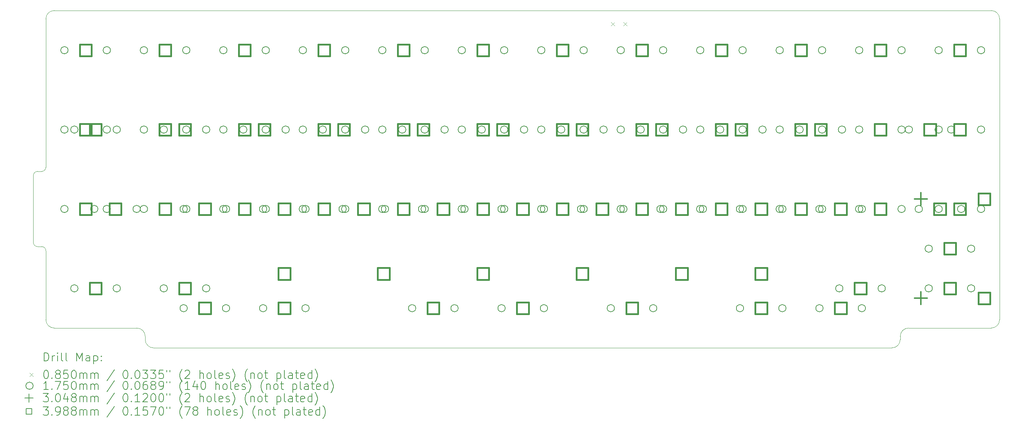
<source format=gbr>
%TF.GenerationSoftware,KiCad,Pcbnew,7.0.11-7.0.11~ubuntu22.04.1*%
%TF.CreationDate,2024-06-29T22:12:22+02:00*%
%TF.ProjectId,vorona-pcb,766f726f-6e61-42d7-9063-622e6b696361,rev?*%
%TF.SameCoordinates,Original*%
%TF.FileFunction,Drillmap*%
%TF.FilePolarity,Positive*%
%FSLAX45Y45*%
G04 Gerber Fmt 4.5, Leading zero omitted, Abs format (unit mm)*
G04 Created by KiCad (PCBNEW 7.0.11-7.0.11~ubuntu22.04.1) date 2024-06-29 22:12:22*
%MOMM*%
%LPD*%
G01*
G04 APERTURE LIST*
%ADD10C,0.100000*%
%ADD11C,0.200000*%
%ADD12C,0.175000*%
%ADD13C,0.304800*%
%ADD14C,0.398780*%
G04 APERTURE END LIST*
D10*
X2700000Y-2500000D02*
X25160000Y-2500000D01*
X2200000Y-6460000D02*
X2200000Y-6560000D01*
X2400000Y-6360000D02*
X2300000Y-6360000D01*
X25160000Y-10120000D02*
X23178750Y-10120000D01*
X2300000Y-6360000D02*
G75*
G03*
X2200000Y-6460000I0J-100000D01*
G01*
X2500000Y-9920000D02*
X2500000Y-8265000D01*
X2400000Y-8165000D02*
X2300000Y-8165000D01*
X2500000Y-9920000D02*
G75*
G03*
X2700000Y-10120000I200000J0D01*
G01*
X4881250Y-10396250D02*
X4881250Y-10320000D01*
X2400000Y-6360000D02*
G75*
G03*
X2500000Y-6260000I0J100000D01*
G01*
X25360000Y-2700000D02*
G75*
G03*
X25160000Y-2500000I-200000J0D01*
G01*
X2200000Y-6560000D02*
X2200000Y-7965000D01*
X22778750Y-10596250D02*
G75*
G03*
X22978750Y-10396250I0J200000D01*
G01*
X2700000Y-2500000D02*
G75*
G03*
X2500000Y-2700000I0J-200000D01*
G01*
X22778750Y-10596250D02*
X5081250Y-10596250D01*
X4881250Y-10320000D02*
G75*
G03*
X4681250Y-10120000I-200000J0D01*
G01*
X4681250Y-10120000D02*
X2700000Y-10120000D01*
X25360000Y-2700000D02*
X25360000Y-9920000D01*
X4881250Y-10396250D02*
G75*
G03*
X5081250Y-10596250I200000J0D01*
G01*
X2500000Y-2700000D02*
X2500000Y-6260000D01*
X25160000Y-10120000D02*
G75*
G03*
X25360000Y-9920000I0J200000D01*
G01*
X23178750Y-10120000D02*
G75*
G03*
X22978750Y-10320000I0J-200000D01*
G01*
X2500000Y-8265000D02*
G75*
G03*
X2400000Y-8165000I-100000J0D01*
G01*
X2200000Y-8065000D02*
G75*
G03*
X2300000Y-8165000I100000J0D01*
G01*
X2200000Y-8065000D02*
X2200000Y-7965000D01*
X22978750Y-10320000D02*
X22978750Y-10396250D01*
D11*
D10*
X16046500Y-2782500D02*
X16131500Y-2867500D01*
X16131500Y-2782500D02*
X16046500Y-2867500D01*
X16346500Y-2782500D02*
X16431500Y-2867500D01*
X16431500Y-2782500D02*
X16346500Y-2867500D01*
D12*
X3032000Y-3452500D02*
G75*
G03*
X2857000Y-3452500I-87500J0D01*
G01*
X2857000Y-3452500D02*
G75*
G03*
X3032000Y-3452500I87500J0D01*
G01*
X3032000Y-5357500D02*
G75*
G03*
X2857000Y-5357500I-87500J0D01*
G01*
X2857000Y-5357500D02*
G75*
G03*
X3032000Y-5357500I87500J0D01*
G01*
X3032000Y-7262500D02*
G75*
G03*
X2857000Y-7262500I-87500J0D01*
G01*
X2857000Y-7262500D02*
G75*
G03*
X3032000Y-7262500I87500J0D01*
G01*
X3270125Y-5357500D02*
G75*
G03*
X3095125Y-5357500I-87500J0D01*
G01*
X3095125Y-5357500D02*
G75*
G03*
X3270125Y-5357500I87500J0D01*
G01*
X3270125Y-9167500D02*
G75*
G03*
X3095125Y-9167500I-87500J0D01*
G01*
X3095125Y-9167500D02*
G75*
G03*
X3270125Y-9167500I87500J0D01*
G01*
X3746375Y-7262500D02*
G75*
G03*
X3571375Y-7262500I-87500J0D01*
G01*
X3571375Y-7262500D02*
G75*
G03*
X3746375Y-7262500I87500J0D01*
G01*
X4048000Y-3452500D02*
G75*
G03*
X3873000Y-3452500I-87500J0D01*
G01*
X3873000Y-3452500D02*
G75*
G03*
X4048000Y-3452500I87500J0D01*
G01*
X4048000Y-5357500D02*
G75*
G03*
X3873000Y-5357500I-87500J0D01*
G01*
X3873000Y-5357500D02*
G75*
G03*
X4048000Y-5357500I87500J0D01*
G01*
X4048000Y-7262500D02*
G75*
G03*
X3873000Y-7262500I-87500J0D01*
G01*
X3873000Y-7262500D02*
G75*
G03*
X4048000Y-7262500I87500J0D01*
G01*
X4286125Y-5357500D02*
G75*
G03*
X4111125Y-5357500I-87500J0D01*
G01*
X4111125Y-5357500D02*
G75*
G03*
X4286125Y-5357500I87500J0D01*
G01*
X4286125Y-9167500D02*
G75*
G03*
X4111125Y-9167500I-87500J0D01*
G01*
X4111125Y-9167500D02*
G75*
G03*
X4286125Y-9167500I87500J0D01*
G01*
X4762375Y-7262500D02*
G75*
G03*
X4587375Y-7262500I-87500J0D01*
G01*
X4587375Y-7262500D02*
G75*
G03*
X4762375Y-7262500I87500J0D01*
G01*
X4937000Y-3452500D02*
G75*
G03*
X4762000Y-3452500I-87500J0D01*
G01*
X4762000Y-3452500D02*
G75*
G03*
X4937000Y-3452500I87500J0D01*
G01*
X4937000Y-5357500D02*
G75*
G03*
X4762000Y-5357500I-87500J0D01*
G01*
X4762000Y-5357500D02*
G75*
G03*
X4937000Y-5357500I87500J0D01*
G01*
X4937000Y-7262500D02*
G75*
G03*
X4762000Y-7262500I-87500J0D01*
G01*
X4762000Y-7262500D02*
G75*
G03*
X4937000Y-7262500I87500J0D01*
G01*
X5413250Y-5357500D02*
G75*
G03*
X5238250Y-5357500I-87500J0D01*
G01*
X5238250Y-5357500D02*
G75*
G03*
X5413250Y-5357500I87500J0D01*
G01*
X5413250Y-9167500D02*
G75*
G03*
X5238250Y-9167500I-87500J0D01*
G01*
X5238250Y-9167500D02*
G75*
G03*
X5413250Y-9167500I87500J0D01*
G01*
X5889500Y-7262500D02*
G75*
G03*
X5714500Y-7262500I-87500J0D01*
G01*
X5714500Y-7262500D02*
G75*
G03*
X5889500Y-7262500I87500J0D01*
G01*
X5889500Y-9643750D02*
G75*
G03*
X5714500Y-9643750I-87500J0D01*
G01*
X5714500Y-9643750D02*
G75*
G03*
X5889500Y-9643750I87500J0D01*
G01*
X5953000Y-3452500D02*
G75*
G03*
X5778000Y-3452500I-87500J0D01*
G01*
X5778000Y-3452500D02*
G75*
G03*
X5953000Y-3452500I87500J0D01*
G01*
X5953000Y-5357500D02*
G75*
G03*
X5778000Y-5357500I-87500J0D01*
G01*
X5778000Y-5357500D02*
G75*
G03*
X5953000Y-5357500I87500J0D01*
G01*
X5953000Y-7262500D02*
G75*
G03*
X5778000Y-7262500I-87500J0D01*
G01*
X5778000Y-7262500D02*
G75*
G03*
X5953000Y-7262500I87500J0D01*
G01*
X6429250Y-5357500D02*
G75*
G03*
X6254250Y-5357500I-87500J0D01*
G01*
X6254250Y-5357500D02*
G75*
G03*
X6429250Y-5357500I87500J0D01*
G01*
X6429250Y-9167500D02*
G75*
G03*
X6254250Y-9167500I-87500J0D01*
G01*
X6254250Y-9167500D02*
G75*
G03*
X6429250Y-9167500I87500J0D01*
G01*
X6842000Y-3452500D02*
G75*
G03*
X6667000Y-3452500I-87500J0D01*
G01*
X6667000Y-3452500D02*
G75*
G03*
X6842000Y-3452500I87500J0D01*
G01*
X6842000Y-5357500D02*
G75*
G03*
X6667000Y-5357500I-87500J0D01*
G01*
X6667000Y-5357500D02*
G75*
G03*
X6842000Y-5357500I87500J0D01*
G01*
X6842000Y-7262500D02*
G75*
G03*
X6667000Y-7262500I-87500J0D01*
G01*
X6667000Y-7262500D02*
G75*
G03*
X6842000Y-7262500I87500J0D01*
G01*
X6905500Y-7262500D02*
G75*
G03*
X6730500Y-7262500I-87500J0D01*
G01*
X6730500Y-7262500D02*
G75*
G03*
X6905500Y-7262500I87500J0D01*
G01*
X6905500Y-9643750D02*
G75*
G03*
X6730500Y-9643750I-87500J0D01*
G01*
X6730500Y-9643750D02*
G75*
G03*
X6905500Y-9643750I87500J0D01*
G01*
X7318250Y-5357500D02*
G75*
G03*
X7143250Y-5357500I-87500J0D01*
G01*
X7143250Y-5357500D02*
G75*
G03*
X7318250Y-5357500I87500J0D01*
G01*
X7794500Y-7262500D02*
G75*
G03*
X7619500Y-7262500I-87500J0D01*
G01*
X7619500Y-7262500D02*
G75*
G03*
X7794500Y-7262500I87500J0D01*
G01*
X7794500Y-9643750D02*
G75*
G03*
X7619500Y-9643750I-87500J0D01*
G01*
X7619500Y-9643750D02*
G75*
G03*
X7794500Y-9643750I87500J0D01*
G01*
X7858000Y-3452500D02*
G75*
G03*
X7683000Y-3452500I-87500J0D01*
G01*
X7683000Y-3452500D02*
G75*
G03*
X7858000Y-3452500I87500J0D01*
G01*
X7858000Y-5357500D02*
G75*
G03*
X7683000Y-5357500I-87500J0D01*
G01*
X7683000Y-5357500D02*
G75*
G03*
X7858000Y-5357500I87500J0D01*
G01*
X7858000Y-7262500D02*
G75*
G03*
X7683000Y-7262500I-87500J0D01*
G01*
X7683000Y-7262500D02*
G75*
G03*
X7858000Y-7262500I87500J0D01*
G01*
X8334250Y-5357500D02*
G75*
G03*
X8159250Y-5357500I-87500J0D01*
G01*
X8159250Y-5357500D02*
G75*
G03*
X8334250Y-5357500I87500J0D01*
G01*
X8747000Y-3452500D02*
G75*
G03*
X8572000Y-3452500I-87500J0D01*
G01*
X8572000Y-3452500D02*
G75*
G03*
X8747000Y-3452500I87500J0D01*
G01*
X8747000Y-5357500D02*
G75*
G03*
X8572000Y-5357500I-87500J0D01*
G01*
X8572000Y-5357500D02*
G75*
G03*
X8747000Y-5357500I87500J0D01*
G01*
X8747000Y-7262500D02*
G75*
G03*
X8572000Y-7262500I-87500J0D01*
G01*
X8572000Y-7262500D02*
G75*
G03*
X8747000Y-7262500I87500J0D01*
G01*
X8810500Y-7262500D02*
G75*
G03*
X8635500Y-7262500I-87500J0D01*
G01*
X8635500Y-7262500D02*
G75*
G03*
X8810500Y-7262500I87500J0D01*
G01*
X8810500Y-9643750D02*
G75*
G03*
X8635500Y-9643750I-87500J0D01*
G01*
X8635500Y-9643750D02*
G75*
G03*
X8810500Y-9643750I87500J0D01*
G01*
X9223250Y-5357500D02*
G75*
G03*
X9048250Y-5357500I-87500J0D01*
G01*
X9048250Y-5357500D02*
G75*
G03*
X9223250Y-5357500I87500J0D01*
G01*
X9699500Y-7262500D02*
G75*
G03*
X9524500Y-7262500I-87500J0D01*
G01*
X9524500Y-7262500D02*
G75*
G03*
X9699500Y-7262500I87500J0D01*
G01*
X9763000Y-3452500D02*
G75*
G03*
X9588000Y-3452500I-87500J0D01*
G01*
X9588000Y-3452500D02*
G75*
G03*
X9763000Y-3452500I87500J0D01*
G01*
X9763000Y-5357500D02*
G75*
G03*
X9588000Y-5357500I-87500J0D01*
G01*
X9588000Y-5357500D02*
G75*
G03*
X9763000Y-5357500I87500J0D01*
G01*
X9763000Y-7262500D02*
G75*
G03*
X9588000Y-7262500I-87500J0D01*
G01*
X9588000Y-7262500D02*
G75*
G03*
X9763000Y-7262500I87500J0D01*
G01*
X10239250Y-5357500D02*
G75*
G03*
X10064250Y-5357500I-87500J0D01*
G01*
X10064250Y-5357500D02*
G75*
G03*
X10239250Y-5357500I87500J0D01*
G01*
X10652000Y-3452500D02*
G75*
G03*
X10477000Y-3452500I-87500J0D01*
G01*
X10477000Y-3452500D02*
G75*
G03*
X10652000Y-3452500I87500J0D01*
G01*
X10652000Y-5357500D02*
G75*
G03*
X10477000Y-5357500I-87500J0D01*
G01*
X10477000Y-5357500D02*
G75*
G03*
X10652000Y-5357500I87500J0D01*
G01*
X10652000Y-7262500D02*
G75*
G03*
X10477000Y-7262500I-87500J0D01*
G01*
X10477000Y-7262500D02*
G75*
G03*
X10652000Y-7262500I87500J0D01*
G01*
X10715500Y-7262500D02*
G75*
G03*
X10540500Y-7262500I-87500J0D01*
G01*
X10540500Y-7262500D02*
G75*
G03*
X10715500Y-7262500I87500J0D01*
G01*
X11128250Y-5357500D02*
G75*
G03*
X10953250Y-5357500I-87500J0D01*
G01*
X10953250Y-5357500D02*
G75*
G03*
X11128250Y-5357500I87500J0D01*
G01*
X11366375Y-9643750D02*
G75*
G03*
X11191375Y-9643750I-87500J0D01*
G01*
X11191375Y-9643750D02*
G75*
G03*
X11366375Y-9643750I87500J0D01*
G01*
X11604500Y-7262500D02*
G75*
G03*
X11429500Y-7262500I-87500J0D01*
G01*
X11429500Y-7262500D02*
G75*
G03*
X11604500Y-7262500I87500J0D01*
G01*
X11668000Y-3452500D02*
G75*
G03*
X11493000Y-3452500I-87500J0D01*
G01*
X11493000Y-3452500D02*
G75*
G03*
X11668000Y-3452500I87500J0D01*
G01*
X11668000Y-5357500D02*
G75*
G03*
X11493000Y-5357500I-87500J0D01*
G01*
X11493000Y-5357500D02*
G75*
G03*
X11668000Y-5357500I87500J0D01*
G01*
X11668000Y-7262500D02*
G75*
G03*
X11493000Y-7262500I-87500J0D01*
G01*
X11493000Y-7262500D02*
G75*
G03*
X11668000Y-7262500I87500J0D01*
G01*
X12144250Y-5357500D02*
G75*
G03*
X11969250Y-5357500I-87500J0D01*
G01*
X11969250Y-5357500D02*
G75*
G03*
X12144250Y-5357500I87500J0D01*
G01*
X12382375Y-9643750D02*
G75*
G03*
X12207375Y-9643750I-87500J0D01*
G01*
X12207375Y-9643750D02*
G75*
G03*
X12382375Y-9643750I87500J0D01*
G01*
X12557000Y-3452500D02*
G75*
G03*
X12382000Y-3452500I-87500J0D01*
G01*
X12382000Y-3452500D02*
G75*
G03*
X12557000Y-3452500I87500J0D01*
G01*
X12557000Y-5357500D02*
G75*
G03*
X12382000Y-5357500I-87500J0D01*
G01*
X12382000Y-5357500D02*
G75*
G03*
X12557000Y-5357500I87500J0D01*
G01*
X12557000Y-7262500D02*
G75*
G03*
X12382000Y-7262500I-87500J0D01*
G01*
X12382000Y-7262500D02*
G75*
G03*
X12557000Y-7262500I87500J0D01*
G01*
X12620500Y-7262500D02*
G75*
G03*
X12445500Y-7262500I-87500J0D01*
G01*
X12445500Y-7262500D02*
G75*
G03*
X12620500Y-7262500I87500J0D01*
G01*
X13033250Y-5357500D02*
G75*
G03*
X12858250Y-5357500I-87500J0D01*
G01*
X12858250Y-5357500D02*
G75*
G03*
X13033250Y-5357500I87500J0D01*
G01*
X13509500Y-7262500D02*
G75*
G03*
X13334500Y-7262500I-87500J0D01*
G01*
X13334500Y-7262500D02*
G75*
G03*
X13509500Y-7262500I87500J0D01*
G01*
X13509500Y-9643750D02*
G75*
G03*
X13334500Y-9643750I-87500J0D01*
G01*
X13334500Y-9643750D02*
G75*
G03*
X13509500Y-9643750I87500J0D01*
G01*
X13573000Y-3452500D02*
G75*
G03*
X13398000Y-3452500I-87500J0D01*
G01*
X13398000Y-3452500D02*
G75*
G03*
X13573000Y-3452500I87500J0D01*
G01*
X13573000Y-5357500D02*
G75*
G03*
X13398000Y-5357500I-87500J0D01*
G01*
X13398000Y-5357500D02*
G75*
G03*
X13573000Y-5357500I87500J0D01*
G01*
X13573000Y-7262500D02*
G75*
G03*
X13398000Y-7262500I-87500J0D01*
G01*
X13398000Y-7262500D02*
G75*
G03*
X13573000Y-7262500I87500J0D01*
G01*
X14049250Y-5357500D02*
G75*
G03*
X13874250Y-5357500I-87500J0D01*
G01*
X13874250Y-5357500D02*
G75*
G03*
X14049250Y-5357500I87500J0D01*
G01*
X14462000Y-3452500D02*
G75*
G03*
X14287000Y-3452500I-87500J0D01*
G01*
X14287000Y-3452500D02*
G75*
G03*
X14462000Y-3452500I87500J0D01*
G01*
X14462000Y-5357500D02*
G75*
G03*
X14287000Y-5357500I-87500J0D01*
G01*
X14287000Y-5357500D02*
G75*
G03*
X14462000Y-5357500I87500J0D01*
G01*
X14462000Y-7262500D02*
G75*
G03*
X14287000Y-7262500I-87500J0D01*
G01*
X14287000Y-7262500D02*
G75*
G03*
X14462000Y-7262500I87500J0D01*
G01*
X14525500Y-7262500D02*
G75*
G03*
X14350500Y-7262500I-87500J0D01*
G01*
X14350500Y-7262500D02*
G75*
G03*
X14525500Y-7262500I87500J0D01*
G01*
X14525500Y-9643750D02*
G75*
G03*
X14350500Y-9643750I-87500J0D01*
G01*
X14350500Y-9643750D02*
G75*
G03*
X14525500Y-9643750I87500J0D01*
G01*
X14938250Y-5357500D02*
G75*
G03*
X14763250Y-5357500I-87500J0D01*
G01*
X14763250Y-5357500D02*
G75*
G03*
X14938250Y-5357500I87500J0D01*
G01*
X15414500Y-7262500D02*
G75*
G03*
X15239500Y-7262500I-87500J0D01*
G01*
X15239500Y-7262500D02*
G75*
G03*
X15414500Y-7262500I87500J0D01*
G01*
X15478000Y-3452500D02*
G75*
G03*
X15303000Y-3452500I-87500J0D01*
G01*
X15303000Y-3452500D02*
G75*
G03*
X15478000Y-3452500I87500J0D01*
G01*
X15478000Y-5357500D02*
G75*
G03*
X15303000Y-5357500I-87500J0D01*
G01*
X15303000Y-5357500D02*
G75*
G03*
X15478000Y-5357500I87500J0D01*
G01*
X15478000Y-7262500D02*
G75*
G03*
X15303000Y-7262500I-87500J0D01*
G01*
X15303000Y-7262500D02*
G75*
G03*
X15478000Y-7262500I87500J0D01*
G01*
X15954250Y-5357500D02*
G75*
G03*
X15779250Y-5357500I-87500J0D01*
G01*
X15779250Y-5357500D02*
G75*
G03*
X15954250Y-5357500I87500J0D01*
G01*
X16128875Y-9643750D02*
G75*
G03*
X15953875Y-9643750I-87500J0D01*
G01*
X15953875Y-9643750D02*
G75*
G03*
X16128875Y-9643750I87500J0D01*
G01*
X16367000Y-3452500D02*
G75*
G03*
X16192000Y-3452500I-87500J0D01*
G01*
X16192000Y-3452500D02*
G75*
G03*
X16367000Y-3452500I87500J0D01*
G01*
X16367000Y-5357500D02*
G75*
G03*
X16192000Y-5357500I-87500J0D01*
G01*
X16192000Y-5357500D02*
G75*
G03*
X16367000Y-5357500I87500J0D01*
G01*
X16367000Y-7262500D02*
G75*
G03*
X16192000Y-7262500I-87500J0D01*
G01*
X16192000Y-7262500D02*
G75*
G03*
X16367000Y-7262500I87500J0D01*
G01*
X16430500Y-7262500D02*
G75*
G03*
X16255500Y-7262500I-87500J0D01*
G01*
X16255500Y-7262500D02*
G75*
G03*
X16430500Y-7262500I87500J0D01*
G01*
X16843250Y-5357500D02*
G75*
G03*
X16668250Y-5357500I-87500J0D01*
G01*
X16668250Y-5357500D02*
G75*
G03*
X16843250Y-5357500I87500J0D01*
G01*
X17144875Y-9643750D02*
G75*
G03*
X16969875Y-9643750I-87500J0D01*
G01*
X16969875Y-9643750D02*
G75*
G03*
X17144875Y-9643750I87500J0D01*
G01*
X17319500Y-7262500D02*
G75*
G03*
X17144500Y-7262500I-87500J0D01*
G01*
X17144500Y-7262500D02*
G75*
G03*
X17319500Y-7262500I87500J0D01*
G01*
X17383000Y-3452500D02*
G75*
G03*
X17208000Y-3452500I-87500J0D01*
G01*
X17208000Y-3452500D02*
G75*
G03*
X17383000Y-3452500I87500J0D01*
G01*
X17383000Y-5357500D02*
G75*
G03*
X17208000Y-5357500I-87500J0D01*
G01*
X17208000Y-5357500D02*
G75*
G03*
X17383000Y-5357500I87500J0D01*
G01*
X17383000Y-7262500D02*
G75*
G03*
X17208000Y-7262500I-87500J0D01*
G01*
X17208000Y-7262500D02*
G75*
G03*
X17383000Y-7262500I87500J0D01*
G01*
X17859250Y-5357500D02*
G75*
G03*
X17684250Y-5357500I-87500J0D01*
G01*
X17684250Y-5357500D02*
G75*
G03*
X17859250Y-5357500I87500J0D01*
G01*
X18272000Y-3452500D02*
G75*
G03*
X18097000Y-3452500I-87500J0D01*
G01*
X18097000Y-3452500D02*
G75*
G03*
X18272000Y-3452500I87500J0D01*
G01*
X18272000Y-5357500D02*
G75*
G03*
X18097000Y-5357500I-87500J0D01*
G01*
X18097000Y-5357500D02*
G75*
G03*
X18272000Y-5357500I87500J0D01*
G01*
X18272000Y-7262500D02*
G75*
G03*
X18097000Y-7262500I-87500J0D01*
G01*
X18097000Y-7262500D02*
G75*
G03*
X18272000Y-7262500I87500J0D01*
G01*
X18335500Y-7262500D02*
G75*
G03*
X18160500Y-7262500I-87500J0D01*
G01*
X18160500Y-7262500D02*
G75*
G03*
X18335500Y-7262500I87500J0D01*
G01*
X18748250Y-5357500D02*
G75*
G03*
X18573250Y-5357500I-87500J0D01*
G01*
X18573250Y-5357500D02*
G75*
G03*
X18748250Y-5357500I87500J0D01*
G01*
X19224500Y-7262500D02*
G75*
G03*
X19049500Y-7262500I-87500J0D01*
G01*
X19049500Y-7262500D02*
G75*
G03*
X19224500Y-7262500I87500J0D01*
G01*
X19224500Y-9643750D02*
G75*
G03*
X19049500Y-9643750I-87500J0D01*
G01*
X19049500Y-9643750D02*
G75*
G03*
X19224500Y-9643750I87500J0D01*
G01*
X19288000Y-3452500D02*
G75*
G03*
X19113000Y-3452500I-87500J0D01*
G01*
X19113000Y-3452500D02*
G75*
G03*
X19288000Y-3452500I87500J0D01*
G01*
X19288000Y-5357500D02*
G75*
G03*
X19113000Y-5357500I-87500J0D01*
G01*
X19113000Y-5357500D02*
G75*
G03*
X19288000Y-5357500I87500J0D01*
G01*
X19288000Y-7262500D02*
G75*
G03*
X19113000Y-7262500I-87500J0D01*
G01*
X19113000Y-7262500D02*
G75*
G03*
X19288000Y-7262500I87500J0D01*
G01*
X19764250Y-5357500D02*
G75*
G03*
X19589250Y-5357500I-87500J0D01*
G01*
X19589250Y-5357500D02*
G75*
G03*
X19764250Y-5357500I87500J0D01*
G01*
X20177000Y-3452500D02*
G75*
G03*
X20002000Y-3452500I-87500J0D01*
G01*
X20002000Y-3452500D02*
G75*
G03*
X20177000Y-3452500I87500J0D01*
G01*
X20177000Y-5357500D02*
G75*
G03*
X20002000Y-5357500I-87500J0D01*
G01*
X20002000Y-5357500D02*
G75*
G03*
X20177000Y-5357500I87500J0D01*
G01*
X20177000Y-7262500D02*
G75*
G03*
X20002000Y-7262500I-87500J0D01*
G01*
X20002000Y-7262500D02*
G75*
G03*
X20177000Y-7262500I87500J0D01*
G01*
X20240500Y-7262500D02*
G75*
G03*
X20065500Y-7262500I-87500J0D01*
G01*
X20065500Y-7262500D02*
G75*
G03*
X20240500Y-7262500I87500J0D01*
G01*
X20240500Y-9643750D02*
G75*
G03*
X20065500Y-9643750I-87500J0D01*
G01*
X20065500Y-9643750D02*
G75*
G03*
X20240500Y-9643750I87500J0D01*
G01*
X20653250Y-5357500D02*
G75*
G03*
X20478250Y-5357500I-87500J0D01*
G01*
X20478250Y-5357500D02*
G75*
G03*
X20653250Y-5357500I87500J0D01*
G01*
X21129500Y-7262500D02*
G75*
G03*
X20954500Y-7262500I-87500J0D01*
G01*
X20954500Y-7262500D02*
G75*
G03*
X21129500Y-7262500I87500J0D01*
G01*
X21129500Y-9643750D02*
G75*
G03*
X20954500Y-9643750I-87500J0D01*
G01*
X20954500Y-9643750D02*
G75*
G03*
X21129500Y-9643750I87500J0D01*
G01*
X21193000Y-3452500D02*
G75*
G03*
X21018000Y-3452500I-87500J0D01*
G01*
X21018000Y-3452500D02*
G75*
G03*
X21193000Y-3452500I87500J0D01*
G01*
X21193000Y-5357500D02*
G75*
G03*
X21018000Y-5357500I-87500J0D01*
G01*
X21018000Y-5357500D02*
G75*
G03*
X21193000Y-5357500I87500J0D01*
G01*
X21193000Y-7262500D02*
G75*
G03*
X21018000Y-7262500I-87500J0D01*
G01*
X21018000Y-7262500D02*
G75*
G03*
X21193000Y-7262500I87500J0D01*
G01*
X21605750Y-9167500D02*
G75*
G03*
X21430750Y-9167500I-87500J0D01*
G01*
X21430750Y-9167500D02*
G75*
G03*
X21605750Y-9167500I87500J0D01*
G01*
X21669250Y-5357500D02*
G75*
G03*
X21494250Y-5357500I-87500J0D01*
G01*
X21494250Y-5357500D02*
G75*
G03*
X21669250Y-5357500I87500J0D01*
G01*
X22082000Y-3452500D02*
G75*
G03*
X21907000Y-3452500I-87500J0D01*
G01*
X21907000Y-3452500D02*
G75*
G03*
X22082000Y-3452500I87500J0D01*
G01*
X22082000Y-5357500D02*
G75*
G03*
X21907000Y-5357500I-87500J0D01*
G01*
X21907000Y-5357500D02*
G75*
G03*
X22082000Y-5357500I87500J0D01*
G01*
X22082000Y-7262500D02*
G75*
G03*
X21907000Y-7262500I-87500J0D01*
G01*
X21907000Y-7262500D02*
G75*
G03*
X22082000Y-7262500I87500J0D01*
G01*
X22145500Y-7262500D02*
G75*
G03*
X21970500Y-7262500I-87500J0D01*
G01*
X21970500Y-7262500D02*
G75*
G03*
X22145500Y-7262500I87500J0D01*
G01*
X22145500Y-9643750D02*
G75*
G03*
X21970500Y-9643750I-87500J0D01*
G01*
X21970500Y-9643750D02*
G75*
G03*
X22145500Y-9643750I87500J0D01*
G01*
X22621750Y-9167500D02*
G75*
G03*
X22446750Y-9167500I-87500J0D01*
G01*
X22446750Y-9167500D02*
G75*
G03*
X22621750Y-9167500I87500J0D01*
G01*
X23098000Y-3452500D02*
G75*
G03*
X22923000Y-3452500I-87500J0D01*
G01*
X22923000Y-3452500D02*
G75*
G03*
X23098000Y-3452500I87500J0D01*
G01*
X23098000Y-5357500D02*
G75*
G03*
X22923000Y-5357500I-87500J0D01*
G01*
X22923000Y-5357500D02*
G75*
G03*
X23098000Y-5357500I87500J0D01*
G01*
X23098000Y-7262500D02*
G75*
G03*
X22923000Y-7262500I-87500J0D01*
G01*
X22923000Y-7262500D02*
G75*
G03*
X23098000Y-7262500I87500J0D01*
G01*
X23272625Y-5357500D02*
G75*
G03*
X23097625Y-5357500I-87500J0D01*
G01*
X23097625Y-5357500D02*
G75*
G03*
X23272625Y-5357500I87500J0D01*
G01*
X23510750Y-7262500D02*
G75*
G03*
X23335750Y-7262500I-87500J0D01*
G01*
X23335750Y-7262500D02*
G75*
G03*
X23510750Y-7262500I87500J0D01*
G01*
X23748875Y-8215000D02*
G75*
G03*
X23573875Y-8215000I-87500J0D01*
G01*
X23573875Y-8215000D02*
G75*
G03*
X23748875Y-8215000I87500J0D01*
G01*
X23748875Y-9167500D02*
G75*
G03*
X23573875Y-9167500I-87500J0D01*
G01*
X23573875Y-9167500D02*
G75*
G03*
X23748875Y-9167500I87500J0D01*
G01*
X23987000Y-3452500D02*
G75*
G03*
X23812000Y-3452500I-87500J0D01*
G01*
X23812000Y-3452500D02*
G75*
G03*
X23987000Y-3452500I87500J0D01*
G01*
X23987000Y-5357500D02*
G75*
G03*
X23812000Y-5357500I-87500J0D01*
G01*
X23812000Y-5357500D02*
G75*
G03*
X23987000Y-5357500I87500J0D01*
G01*
X23987000Y-7262500D02*
G75*
G03*
X23812000Y-7262500I-87500J0D01*
G01*
X23812000Y-7262500D02*
G75*
G03*
X23987000Y-7262500I87500J0D01*
G01*
X24288625Y-5357500D02*
G75*
G03*
X24113625Y-5357500I-87500J0D01*
G01*
X24113625Y-5357500D02*
G75*
G03*
X24288625Y-5357500I87500J0D01*
G01*
X24526750Y-7262500D02*
G75*
G03*
X24351750Y-7262500I-87500J0D01*
G01*
X24351750Y-7262500D02*
G75*
G03*
X24526750Y-7262500I87500J0D01*
G01*
X24764875Y-8215000D02*
G75*
G03*
X24589875Y-8215000I-87500J0D01*
G01*
X24589875Y-8215000D02*
G75*
G03*
X24764875Y-8215000I87500J0D01*
G01*
X24764875Y-9167500D02*
G75*
G03*
X24589875Y-9167500I-87500J0D01*
G01*
X24589875Y-9167500D02*
G75*
G03*
X24764875Y-9167500I87500J0D01*
G01*
X25003000Y-3452500D02*
G75*
G03*
X24828000Y-3452500I-87500J0D01*
G01*
X24828000Y-3452500D02*
G75*
G03*
X25003000Y-3452500I87500J0D01*
G01*
X25003000Y-5357500D02*
G75*
G03*
X24828000Y-5357500I-87500J0D01*
G01*
X24828000Y-5357500D02*
G75*
G03*
X25003000Y-5357500I87500J0D01*
G01*
X25003000Y-7262500D02*
G75*
G03*
X24828000Y-7262500I-87500J0D01*
G01*
X24828000Y-7262500D02*
G75*
G03*
X25003000Y-7262500I87500J0D01*
G01*
D13*
X23470875Y-6871975D02*
X23470875Y-7176775D01*
X23318475Y-7024375D02*
X23623275Y-7024375D01*
X23470875Y-9253225D02*
X23470875Y-9558025D01*
X23318475Y-9405625D02*
X23623275Y-9405625D01*
D14*
X3593491Y-3593491D02*
X3593491Y-3311509D01*
X3311509Y-3311509D01*
X3311509Y-3593491D01*
X3593491Y-3593491D01*
X3593491Y-5498491D02*
X3593491Y-5216509D01*
X3311509Y-5216509D01*
X3311509Y-5498491D01*
X3593491Y-5498491D01*
X3593491Y-7403491D02*
X3593491Y-7121509D01*
X3311509Y-7121509D01*
X3311509Y-7403491D01*
X3593491Y-7403491D01*
X3831616Y-5498491D02*
X3831616Y-5216509D01*
X3549634Y-5216509D01*
X3549634Y-5498491D01*
X3831616Y-5498491D01*
X3831616Y-9308491D02*
X3831616Y-9026509D01*
X3549634Y-9026509D01*
X3549634Y-9308491D01*
X3831616Y-9308491D01*
X4307866Y-7403491D02*
X4307866Y-7121509D01*
X4025884Y-7121509D01*
X4025884Y-7403491D01*
X4307866Y-7403491D01*
X5498491Y-3593491D02*
X5498491Y-3311509D01*
X5216509Y-3311509D01*
X5216509Y-3593491D01*
X5498491Y-3593491D01*
X5498491Y-5498491D02*
X5498491Y-5216509D01*
X5216509Y-5216509D01*
X5216509Y-5498491D01*
X5498491Y-5498491D01*
X5498491Y-7403491D02*
X5498491Y-7121509D01*
X5216509Y-7121509D01*
X5216509Y-7403491D01*
X5498491Y-7403491D01*
X5974741Y-5498491D02*
X5974741Y-5216509D01*
X5692759Y-5216509D01*
X5692759Y-5498491D01*
X5974741Y-5498491D01*
X5974741Y-9308491D02*
X5974741Y-9026509D01*
X5692759Y-9026509D01*
X5692759Y-9308491D01*
X5974741Y-9308491D01*
X6450991Y-7403491D02*
X6450991Y-7121509D01*
X6169009Y-7121509D01*
X6169009Y-7403491D01*
X6450991Y-7403491D01*
X6450991Y-9784741D02*
X6450991Y-9502759D01*
X6169009Y-9502759D01*
X6169009Y-9784741D01*
X6450991Y-9784741D01*
X7403491Y-3593491D02*
X7403491Y-3311509D01*
X7121509Y-3311509D01*
X7121509Y-3593491D01*
X7403491Y-3593491D01*
X7403491Y-5498491D02*
X7403491Y-5216509D01*
X7121509Y-5216509D01*
X7121509Y-5498491D01*
X7403491Y-5498491D01*
X7403491Y-7403491D02*
X7403491Y-7121509D01*
X7121509Y-7121509D01*
X7121509Y-7403491D01*
X7403491Y-7403491D01*
X7879741Y-5498491D02*
X7879741Y-5216509D01*
X7597759Y-5216509D01*
X7597759Y-5498491D01*
X7879741Y-5498491D01*
X8355991Y-7403491D02*
X8355991Y-7121509D01*
X8074009Y-7121509D01*
X8074009Y-7403491D01*
X8355991Y-7403491D01*
X8355991Y-8959241D02*
X8355991Y-8677259D01*
X8074009Y-8677259D01*
X8074009Y-8959241D01*
X8355991Y-8959241D01*
X8355991Y-9784741D02*
X8355991Y-9502759D01*
X8074009Y-9502759D01*
X8074009Y-9784741D01*
X8355991Y-9784741D01*
X9308491Y-3593491D02*
X9308491Y-3311509D01*
X9026509Y-3311509D01*
X9026509Y-3593491D01*
X9308491Y-3593491D01*
X9308491Y-5498491D02*
X9308491Y-5216509D01*
X9026509Y-5216509D01*
X9026509Y-5498491D01*
X9308491Y-5498491D01*
X9308491Y-7403491D02*
X9308491Y-7121509D01*
X9026509Y-7121509D01*
X9026509Y-7403491D01*
X9308491Y-7403491D01*
X9784741Y-5498491D02*
X9784741Y-5216509D01*
X9502759Y-5216509D01*
X9502759Y-5498491D01*
X9784741Y-5498491D01*
X10260991Y-7403491D02*
X10260991Y-7121509D01*
X9979009Y-7121509D01*
X9979009Y-7403491D01*
X10260991Y-7403491D01*
X10737241Y-8959241D02*
X10737241Y-8677259D01*
X10455259Y-8677259D01*
X10455259Y-8959241D01*
X10737241Y-8959241D01*
X11213491Y-3593491D02*
X11213491Y-3311509D01*
X10931509Y-3311509D01*
X10931509Y-3593491D01*
X11213491Y-3593491D01*
X11213491Y-5498491D02*
X11213491Y-5216509D01*
X10931509Y-5216509D01*
X10931509Y-5498491D01*
X11213491Y-5498491D01*
X11213491Y-7403491D02*
X11213491Y-7121509D01*
X10931509Y-7121509D01*
X10931509Y-7403491D01*
X11213491Y-7403491D01*
X11689741Y-5498491D02*
X11689741Y-5216509D01*
X11407759Y-5216509D01*
X11407759Y-5498491D01*
X11689741Y-5498491D01*
X11927866Y-9784741D02*
X11927866Y-9502759D01*
X11645884Y-9502759D01*
X11645884Y-9784741D01*
X11927866Y-9784741D01*
X12165991Y-7403491D02*
X12165991Y-7121509D01*
X11884009Y-7121509D01*
X11884009Y-7403491D01*
X12165991Y-7403491D01*
X13118491Y-3593491D02*
X13118491Y-3311509D01*
X12836509Y-3311509D01*
X12836509Y-3593491D01*
X13118491Y-3593491D01*
X13118491Y-5498491D02*
X13118491Y-5216509D01*
X12836509Y-5216509D01*
X12836509Y-5498491D01*
X13118491Y-5498491D01*
X13118491Y-7403491D02*
X13118491Y-7121509D01*
X12836509Y-7121509D01*
X12836509Y-7403491D01*
X13118491Y-7403491D01*
X13118491Y-8959241D02*
X13118491Y-8677259D01*
X12836509Y-8677259D01*
X12836509Y-8959241D01*
X13118491Y-8959241D01*
X13594741Y-5498491D02*
X13594741Y-5216509D01*
X13312759Y-5216509D01*
X13312759Y-5498491D01*
X13594741Y-5498491D01*
X14070991Y-7403491D02*
X14070991Y-7121509D01*
X13789009Y-7121509D01*
X13789009Y-7403491D01*
X14070991Y-7403491D01*
X14070991Y-9784741D02*
X14070991Y-9502759D01*
X13789009Y-9502759D01*
X13789009Y-9784741D01*
X14070991Y-9784741D01*
X15023491Y-3593491D02*
X15023491Y-3311509D01*
X14741509Y-3311509D01*
X14741509Y-3593491D01*
X15023491Y-3593491D01*
X15023491Y-5498491D02*
X15023491Y-5216509D01*
X14741509Y-5216509D01*
X14741509Y-5498491D01*
X15023491Y-5498491D01*
X15023491Y-7403491D02*
X15023491Y-7121509D01*
X14741509Y-7121509D01*
X14741509Y-7403491D01*
X15023491Y-7403491D01*
X15499741Y-5498491D02*
X15499741Y-5216509D01*
X15217759Y-5216509D01*
X15217759Y-5498491D01*
X15499741Y-5498491D01*
X15499741Y-8959241D02*
X15499741Y-8677259D01*
X15217759Y-8677259D01*
X15217759Y-8959241D01*
X15499741Y-8959241D01*
X15975991Y-7403491D02*
X15975991Y-7121509D01*
X15694009Y-7121509D01*
X15694009Y-7403491D01*
X15975991Y-7403491D01*
X16690366Y-9784741D02*
X16690366Y-9502759D01*
X16408384Y-9502759D01*
X16408384Y-9784741D01*
X16690366Y-9784741D01*
X16928491Y-3593491D02*
X16928491Y-3311509D01*
X16646509Y-3311509D01*
X16646509Y-3593491D01*
X16928491Y-3593491D01*
X16928491Y-5498491D02*
X16928491Y-5216509D01*
X16646509Y-5216509D01*
X16646509Y-5498491D01*
X16928491Y-5498491D01*
X16928491Y-7403491D02*
X16928491Y-7121509D01*
X16646509Y-7121509D01*
X16646509Y-7403491D01*
X16928491Y-7403491D01*
X17404741Y-5498491D02*
X17404741Y-5216509D01*
X17122759Y-5216509D01*
X17122759Y-5498491D01*
X17404741Y-5498491D01*
X17880991Y-7403491D02*
X17880991Y-7121509D01*
X17599009Y-7121509D01*
X17599009Y-7403491D01*
X17880991Y-7403491D01*
X17880991Y-8959241D02*
X17880991Y-8677259D01*
X17599009Y-8677259D01*
X17599009Y-8959241D01*
X17880991Y-8959241D01*
X18833491Y-3593491D02*
X18833491Y-3311509D01*
X18551509Y-3311509D01*
X18551509Y-3593491D01*
X18833491Y-3593491D01*
X18833491Y-5498491D02*
X18833491Y-5216509D01*
X18551509Y-5216509D01*
X18551509Y-5498491D01*
X18833491Y-5498491D01*
X18833491Y-7403491D02*
X18833491Y-7121509D01*
X18551509Y-7121509D01*
X18551509Y-7403491D01*
X18833491Y-7403491D01*
X19309741Y-5498491D02*
X19309741Y-5216509D01*
X19027759Y-5216509D01*
X19027759Y-5498491D01*
X19309741Y-5498491D01*
X19785991Y-7403491D02*
X19785991Y-7121509D01*
X19504009Y-7121509D01*
X19504009Y-7403491D01*
X19785991Y-7403491D01*
X19785991Y-8959241D02*
X19785991Y-8677259D01*
X19504009Y-8677259D01*
X19504009Y-8959241D01*
X19785991Y-8959241D01*
X19785991Y-9784741D02*
X19785991Y-9502759D01*
X19504009Y-9502759D01*
X19504009Y-9784741D01*
X19785991Y-9784741D01*
X20738491Y-3593491D02*
X20738491Y-3311509D01*
X20456509Y-3311509D01*
X20456509Y-3593491D01*
X20738491Y-3593491D01*
X20738491Y-5498491D02*
X20738491Y-5216509D01*
X20456509Y-5216509D01*
X20456509Y-5498491D01*
X20738491Y-5498491D01*
X20738491Y-7403491D02*
X20738491Y-7121509D01*
X20456509Y-7121509D01*
X20456509Y-7403491D01*
X20738491Y-7403491D01*
X21214741Y-5498491D02*
X21214741Y-5216509D01*
X20932759Y-5216509D01*
X20932759Y-5498491D01*
X21214741Y-5498491D01*
X21690991Y-7403491D02*
X21690991Y-7121509D01*
X21409009Y-7121509D01*
X21409009Y-7403491D01*
X21690991Y-7403491D01*
X21690991Y-9784741D02*
X21690991Y-9502759D01*
X21409009Y-9502759D01*
X21409009Y-9784741D01*
X21690991Y-9784741D01*
X22167241Y-9308491D02*
X22167241Y-9026509D01*
X21885259Y-9026509D01*
X21885259Y-9308491D01*
X22167241Y-9308491D01*
X22643491Y-3593491D02*
X22643491Y-3311509D01*
X22361509Y-3311509D01*
X22361509Y-3593491D01*
X22643491Y-3593491D01*
X22643491Y-5498491D02*
X22643491Y-5216509D01*
X22361509Y-5216509D01*
X22361509Y-5498491D01*
X22643491Y-5498491D01*
X22643491Y-7403491D02*
X22643491Y-7121509D01*
X22361509Y-7121509D01*
X22361509Y-7403491D01*
X22643491Y-7403491D01*
X23834116Y-5498491D02*
X23834116Y-5216509D01*
X23552134Y-5216509D01*
X23552134Y-5498491D01*
X23834116Y-5498491D01*
X24072241Y-7403491D02*
X24072241Y-7121509D01*
X23790259Y-7121509D01*
X23790259Y-7403491D01*
X24072241Y-7403491D01*
X24310366Y-8355991D02*
X24310366Y-8074009D01*
X24028384Y-8074009D01*
X24028384Y-8355991D01*
X24310366Y-8355991D01*
X24310366Y-9308491D02*
X24310366Y-9026509D01*
X24028384Y-9026509D01*
X24028384Y-9308491D01*
X24310366Y-9308491D01*
X24548491Y-3593491D02*
X24548491Y-3311509D01*
X24266509Y-3311509D01*
X24266509Y-3593491D01*
X24548491Y-3593491D01*
X24548491Y-5498491D02*
X24548491Y-5216509D01*
X24266509Y-5216509D01*
X24266509Y-5498491D01*
X24548491Y-5498491D01*
X24548491Y-7403491D02*
X24548491Y-7121509D01*
X24266509Y-7121509D01*
X24266509Y-7403491D01*
X24548491Y-7403491D01*
X25135866Y-7165366D02*
X25135866Y-6883384D01*
X24853884Y-6883384D01*
X24853884Y-7165366D01*
X25135866Y-7165366D01*
X25135866Y-9546616D02*
X25135866Y-9264634D01*
X24853884Y-9264634D01*
X24853884Y-9546616D01*
X25135866Y-9546616D01*
D11*
X2455777Y-10912734D02*
X2455777Y-10712734D01*
X2455777Y-10712734D02*
X2503396Y-10712734D01*
X2503396Y-10712734D02*
X2531967Y-10722258D01*
X2531967Y-10722258D02*
X2551015Y-10741305D01*
X2551015Y-10741305D02*
X2560539Y-10760353D01*
X2560539Y-10760353D02*
X2570063Y-10798448D01*
X2570063Y-10798448D02*
X2570063Y-10827020D01*
X2570063Y-10827020D02*
X2560539Y-10865115D01*
X2560539Y-10865115D02*
X2551015Y-10884162D01*
X2551015Y-10884162D02*
X2531967Y-10903210D01*
X2531967Y-10903210D02*
X2503396Y-10912734D01*
X2503396Y-10912734D02*
X2455777Y-10912734D01*
X2655777Y-10912734D02*
X2655777Y-10779400D01*
X2655777Y-10817496D02*
X2665301Y-10798448D01*
X2665301Y-10798448D02*
X2674824Y-10788924D01*
X2674824Y-10788924D02*
X2693872Y-10779400D01*
X2693872Y-10779400D02*
X2712920Y-10779400D01*
X2779586Y-10912734D02*
X2779586Y-10779400D01*
X2779586Y-10712734D02*
X2770063Y-10722258D01*
X2770063Y-10722258D02*
X2779586Y-10731781D01*
X2779586Y-10731781D02*
X2789110Y-10722258D01*
X2789110Y-10722258D02*
X2779586Y-10712734D01*
X2779586Y-10712734D02*
X2779586Y-10731781D01*
X2903396Y-10912734D02*
X2884348Y-10903210D01*
X2884348Y-10903210D02*
X2874824Y-10884162D01*
X2874824Y-10884162D02*
X2874824Y-10712734D01*
X3008158Y-10912734D02*
X2989110Y-10903210D01*
X2989110Y-10903210D02*
X2979586Y-10884162D01*
X2979586Y-10884162D02*
X2979586Y-10712734D01*
X3236729Y-10912734D02*
X3236729Y-10712734D01*
X3236729Y-10712734D02*
X3303396Y-10855591D01*
X3303396Y-10855591D02*
X3370062Y-10712734D01*
X3370062Y-10712734D02*
X3370062Y-10912734D01*
X3551015Y-10912734D02*
X3551015Y-10807972D01*
X3551015Y-10807972D02*
X3541491Y-10788924D01*
X3541491Y-10788924D02*
X3522443Y-10779400D01*
X3522443Y-10779400D02*
X3484348Y-10779400D01*
X3484348Y-10779400D02*
X3465301Y-10788924D01*
X3551015Y-10903210D02*
X3531967Y-10912734D01*
X3531967Y-10912734D02*
X3484348Y-10912734D01*
X3484348Y-10912734D02*
X3465301Y-10903210D01*
X3465301Y-10903210D02*
X3455777Y-10884162D01*
X3455777Y-10884162D02*
X3455777Y-10865115D01*
X3455777Y-10865115D02*
X3465301Y-10846067D01*
X3465301Y-10846067D02*
X3484348Y-10836543D01*
X3484348Y-10836543D02*
X3531967Y-10836543D01*
X3531967Y-10836543D02*
X3551015Y-10827020D01*
X3646253Y-10779400D02*
X3646253Y-10979400D01*
X3646253Y-10788924D02*
X3665301Y-10779400D01*
X3665301Y-10779400D02*
X3703396Y-10779400D01*
X3703396Y-10779400D02*
X3722443Y-10788924D01*
X3722443Y-10788924D02*
X3731967Y-10798448D01*
X3731967Y-10798448D02*
X3741491Y-10817496D01*
X3741491Y-10817496D02*
X3741491Y-10874639D01*
X3741491Y-10874639D02*
X3731967Y-10893686D01*
X3731967Y-10893686D02*
X3722443Y-10903210D01*
X3722443Y-10903210D02*
X3703396Y-10912734D01*
X3703396Y-10912734D02*
X3665301Y-10912734D01*
X3665301Y-10912734D02*
X3646253Y-10903210D01*
X3827205Y-10893686D02*
X3836729Y-10903210D01*
X3836729Y-10903210D02*
X3827205Y-10912734D01*
X3827205Y-10912734D02*
X3817682Y-10903210D01*
X3817682Y-10903210D02*
X3827205Y-10893686D01*
X3827205Y-10893686D02*
X3827205Y-10912734D01*
X3827205Y-10788924D02*
X3836729Y-10798448D01*
X3836729Y-10798448D02*
X3827205Y-10807972D01*
X3827205Y-10807972D02*
X3817682Y-10798448D01*
X3817682Y-10798448D02*
X3827205Y-10788924D01*
X3827205Y-10788924D02*
X3827205Y-10807972D01*
D10*
X2110000Y-11198750D02*
X2195000Y-11283750D01*
X2195000Y-11198750D02*
X2110000Y-11283750D01*
D11*
X2493872Y-11132734D02*
X2512920Y-11132734D01*
X2512920Y-11132734D02*
X2531967Y-11142258D01*
X2531967Y-11142258D02*
X2541491Y-11151781D01*
X2541491Y-11151781D02*
X2551015Y-11170829D01*
X2551015Y-11170829D02*
X2560539Y-11208924D01*
X2560539Y-11208924D02*
X2560539Y-11256543D01*
X2560539Y-11256543D02*
X2551015Y-11294638D01*
X2551015Y-11294638D02*
X2541491Y-11313686D01*
X2541491Y-11313686D02*
X2531967Y-11323210D01*
X2531967Y-11323210D02*
X2512920Y-11332734D01*
X2512920Y-11332734D02*
X2493872Y-11332734D01*
X2493872Y-11332734D02*
X2474824Y-11323210D01*
X2474824Y-11323210D02*
X2465301Y-11313686D01*
X2465301Y-11313686D02*
X2455777Y-11294638D01*
X2455777Y-11294638D02*
X2446253Y-11256543D01*
X2446253Y-11256543D02*
X2446253Y-11208924D01*
X2446253Y-11208924D02*
X2455777Y-11170829D01*
X2455777Y-11170829D02*
X2465301Y-11151781D01*
X2465301Y-11151781D02*
X2474824Y-11142258D01*
X2474824Y-11142258D02*
X2493872Y-11132734D01*
X2646253Y-11313686D02*
X2655777Y-11323210D01*
X2655777Y-11323210D02*
X2646253Y-11332734D01*
X2646253Y-11332734D02*
X2636729Y-11323210D01*
X2636729Y-11323210D02*
X2646253Y-11313686D01*
X2646253Y-11313686D02*
X2646253Y-11332734D01*
X2770063Y-11218448D02*
X2751015Y-11208924D01*
X2751015Y-11208924D02*
X2741491Y-11199400D01*
X2741491Y-11199400D02*
X2731967Y-11180353D01*
X2731967Y-11180353D02*
X2731967Y-11170829D01*
X2731967Y-11170829D02*
X2741491Y-11151781D01*
X2741491Y-11151781D02*
X2751015Y-11142258D01*
X2751015Y-11142258D02*
X2770063Y-11132734D01*
X2770063Y-11132734D02*
X2808158Y-11132734D01*
X2808158Y-11132734D02*
X2827205Y-11142258D01*
X2827205Y-11142258D02*
X2836729Y-11151781D01*
X2836729Y-11151781D02*
X2846253Y-11170829D01*
X2846253Y-11170829D02*
X2846253Y-11180353D01*
X2846253Y-11180353D02*
X2836729Y-11199400D01*
X2836729Y-11199400D02*
X2827205Y-11208924D01*
X2827205Y-11208924D02*
X2808158Y-11218448D01*
X2808158Y-11218448D02*
X2770063Y-11218448D01*
X2770063Y-11218448D02*
X2751015Y-11227972D01*
X2751015Y-11227972D02*
X2741491Y-11237496D01*
X2741491Y-11237496D02*
X2731967Y-11256543D01*
X2731967Y-11256543D02*
X2731967Y-11294638D01*
X2731967Y-11294638D02*
X2741491Y-11313686D01*
X2741491Y-11313686D02*
X2751015Y-11323210D01*
X2751015Y-11323210D02*
X2770063Y-11332734D01*
X2770063Y-11332734D02*
X2808158Y-11332734D01*
X2808158Y-11332734D02*
X2827205Y-11323210D01*
X2827205Y-11323210D02*
X2836729Y-11313686D01*
X2836729Y-11313686D02*
X2846253Y-11294638D01*
X2846253Y-11294638D02*
X2846253Y-11256543D01*
X2846253Y-11256543D02*
X2836729Y-11237496D01*
X2836729Y-11237496D02*
X2827205Y-11227972D01*
X2827205Y-11227972D02*
X2808158Y-11218448D01*
X3027205Y-11132734D02*
X2931967Y-11132734D01*
X2931967Y-11132734D02*
X2922443Y-11227972D01*
X2922443Y-11227972D02*
X2931967Y-11218448D01*
X2931967Y-11218448D02*
X2951015Y-11208924D01*
X2951015Y-11208924D02*
X2998634Y-11208924D01*
X2998634Y-11208924D02*
X3017682Y-11218448D01*
X3017682Y-11218448D02*
X3027205Y-11227972D01*
X3027205Y-11227972D02*
X3036729Y-11247019D01*
X3036729Y-11247019D02*
X3036729Y-11294638D01*
X3036729Y-11294638D02*
X3027205Y-11313686D01*
X3027205Y-11313686D02*
X3017682Y-11323210D01*
X3017682Y-11323210D02*
X2998634Y-11332734D01*
X2998634Y-11332734D02*
X2951015Y-11332734D01*
X2951015Y-11332734D02*
X2931967Y-11323210D01*
X2931967Y-11323210D02*
X2922443Y-11313686D01*
X3160539Y-11132734D02*
X3179586Y-11132734D01*
X3179586Y-11132734D02*
X3198634Y-11142258D01*
X3198634Y-11142258D02*
X3208158Y-11151781D01*
X3208158Y-11151781D02*
X3217682Y-11170829D01*
X3217682Y-11170829D02*
X3227205Y-11208924D01*
X3227205Y-11208924D02*
X3227205Y-11256543D01*
X3227205Y-11256543D02*
X3217682Y-11294638D01*
X3217682Y-11294638D02*
X3208158Y-11313686D01*
X3208158Y-11313686D02*
X3198634Y-11323210D01*
X3198634Y-11323210D02*
X3179586Y-11332734D01*
X3179586Y-11332734D02*
X3160539Y-11332734D01*
X3160539Y-11332734D02*
X3141491Y-11323210D01*
X3141491Y-11323210D02*
X3131967Y-11313686D01*
X3131967Y-11313686D02*
X3122443Y-11294638D01*
X3122443Y-11294638D02*
X3112920Y-11256543D01*
X3112920Y-11256543D02*
X3112920Y-11208924D01*
X3112920Y-11208924D02*
X3122443Y-11170829D01*
X3122443Y-11170829D02*
X3131967Y-11151781D01*
X3131967Y-11151781D02*
X3141491Y-11142258D01*
X3141491Y-11142258D02*
X3160539Y-11132734D01*
X3312920Y-11332734D02*
X3312920Y-11199400D01*
X3312920Y-11218448D02*
X3322443Y-11208924D01*
X3322443Y-11208924D02*
X3341491Y-11199400D01*
X3341491Y-11199400D02*
X3370063Y-11199400D01*
X3370063Y-11199400D02*
X3389110Y-11208924D01*
X3389110Y-11208924D02*
X3398634Y-11227972D01*
X3398634Y-11227972D02*
X3398634Y-11332734D01*
X3398634Y-11227972D02*
X3408158Y-11208924D01*
X3408158Y-11208924D02*
X3427205Y-11199400D01*
X3427205Y-11199400D02*
X3455777Y-11199400D01*
X3455777Y-11199400D02*
X3474824Y-11208924D01*
X3474824Y-11208924D02*
X3484348Y-11227972D01*
X3484348Y-11227972D02*
X3484348Y-11332734D01*
X3579586Y-11332734D02*
X3579586Y-11199400D01*
X3579586Y-11218448D02*
X3589110Y-11208924D01*
X3589110Y-11208924D02*
X3608158Y-11199400D01*
X3608158Y-11199400D02*
X3636729Y-11199400D01*
X3636729Y-11199400D02*
X3655777Y-11208924D01*
X3655777Y-11208924D02*
X3665301Y-11227972D01*
X3665301Y-11227972D02*
X3665301Y-11332734D01*
X3665301Y-11227972D02*
X3674824Y-11208924D01*
X3674824Y-11208924D02*
X3693872Y-11199400D01*
X3693872Y-11199400D02*
X3722443Y-11199400D01*
X3722443Y-11199400D02*
X3741491Y-11208924D01*
X3741491Y-11208924D02*
X3751015Y-11227972D01*
X3751015Y-11227972D02*
X3751015Y-11332734D01*
X4141491Y-11123210D02*
X3970063Y-11380353D01*
X4398634Y-11132734D02*
X4417682Y-11132734D01*
X4417682Y-11132734D02*
X4436729Y-11142258D01*
X4436729Y-11142258D02*
X4446253Y-11151781D01*
X4446253Y-11151781D02*
X4455777Y-11170829D01*
X4455777Y-11170829D02*
X4465301Y-11208924D01*
X4465301Y-11208924D02*
X4465301Y-11256543D01*
X4465301Y-11256543D02*
X4455777Y-11294638D01*
X4455777Y-11294638D02*
X4446253Y-11313686D01*
X4446253Y-11313686D02*
X4436729Y-11323210D01*
X4436729Y-11323210D02*
X4417682Y-11332734D01*
X4417682Y-11332734D02*
X4398634Y-11332734D01*
X4398634Y-11332734D02*
X4379587Y-11323210D01*
X4379587Y-11323210D02*
X4370063Y-11313686D01*
X4370063Y-11313686D02*
X4360539Y-11294638D01*
X4360539Y-11294638D02*
X4351015Y-11256543D01*
X4351015Y-11256543D02*
X4351015Y-11208924D01*
X4351015Y-11208924D02*
X4360539Y-11170829D01*
X4360539Y-11170829D02*
X4370063Y-11151781D01*
X4370063Y-11151781D02*
X4379587Y-11142258D01*
X4379587Y-11142258D02*
X4398634Y-11132734D01*
X4551015Y-11313686D02*
X4560539Y-11323210D01*
X4560539Y-11323210D02*
X4551015Y-11332734D01*
X4551015Y-11332734D02*
X4541491Y-11323210D01*
X4541491Y-11323210D02*
X4551015Y-11313686D01*
X4551015Y-11313686D02*
X4551015Y-11332734D01*
X4684348Y-11132734D02*
X4703396Y-11132734D01*
X4703396Y-11132734D02*
X4722444Y-11142258D01*
X4722444Y-11142258D02*
X4731968Y-11151781D01*
X4731968Y-11151781D02*
X4741491Y-11170829D01*
X4741491Y-11170829D02*
X4751015Y-11208924D01*
X4751015Y-11208924D02*
X4751015Y-11256543D01*
X4751015Y-11256543D02*
X4741491Y-11294638D01*
X4741491Y-11294638D02*
X4731968Y-11313686D01*
X4731968Y-11313686D02*
X4722444Y-11323210D01*
X4722444Y-11323210D02*
X4703396Y-11332734D01*
X4703396Y-11332734D02*
X4684348Y-11332734D01*
X4684348Y-11332734D02*
X4665301Y-11323210D01*
X4665301Y-11323210D02*
X4655777Y-11313686D01*
X4655777Y-11313686D02*
X4646253Y-11294638D01*
X4646253Y-11294638D02*
X4636729Y-11256543D01*
X4636729Y-11256543D02*
X4636729Y-11208924D01*
X4636729Y-11208924D02*
X4646253Y-11170829D01*
X4646253Y-11170829D02*
X4655777Y-11151781D01*
X4655777Y-11151781D02*
X4665301Y-11142258D01*
X4665301Y-11142258D02*
X4684348Y-11132734D01*
X4817682Y-11132734D02*
X4941491Y-11132734D01*
X4941491Y-11132734D02*
X4874825Y-11208924D01*
X4874825Y-11208924D02*
X4903396Y-11208924D01*
X4903396Y-11208924D02*
X4922444Y-11218448D01*
X4922444Y-11218448D02*
X4931968Y-11227972D01*
X4931968Y-11227972D02*
X4941491Y-11247019D01*
X4941491Y-11247019D02*
X4941491Y-11294638D01*
X4941491Y-11294638D02*
X4931968Y-11313686D01*
X4931968Y-11313686D02*
X4922444Y-11323210D01*
X4922444Y-11323210D02*
X4903396Y-11332734D01*
X4903396Y-11332734D02*
X4846253Y-11332734D01*
X4846253Y-11332734D02*
X4827206Y-11323210D01*
X4827206Y-11323210D02*
X4817682Y-11313686D01*
X5008158Y-11132734D02*
X5131968Y-11132734D01*
X5131968Y-11132734D02*
X5065301Y-11208924D01*
X5065301Y-11208924D02*
X5093872Y-11208924D01*
X5093872Y-11208924D02*
X5112920Y-11218448D01*
X5112920Y-11218448D02*
X5122444Y-11227972D01*
X5122444Y-11227972D02*
X5131968Y-11247019D01*
X5131968Y-11247019D02*
X5131968Y-11294638D01*
X5131968Y-11294638D02*
X5122444Y-11313686D01*
X5122444Y-11313686D02*
X5112920Y-11323210D01*
X5112920Y-11323210D02*
X5093872Y-11332734D01*
X5093872Y-11332734D02*
X5036729Y-11332734D01*
X5036729Y-11332734D02*
X5017682Y-11323210D01*
X5017682Y-11323210D02*
X5008158Y-11313686D01*
X5312920Y-11132734D02*
X5217682Y-11132734D01*
X5217682Y-11132734D02*
X5208158Y-11227972D01*
X5208158Y-11227972D02*
X5217682Y-11218448D01*
X5217682Y-11218448D02*
X5236729Y-11208924D01*
X5236729Y-11208924D02*
X5284349Y-11208924D01*
X5284349Y-11208924D02*
X5303396Y-11218448D01*
X5303396Y-11218448D02*
X5312920Y-11227972D01*
X5312920Y-11227972D02*
X5322444Y-11247019D01*
X5322444Y-11247019D02*
X5322444Y-11294638D01*
X5322444Y-11294638D02*
X5312920Y-11313686D01*
X5312920Y-11313686D02*
X5303396Y-11323210D01*
X5303396Y-11323210D02*
X5284349Y-11332734D01*
X5284349Y-11332734D02*
X5236729Y-11332734D01*
X5236729Y-11332734D02*
X5217682Y-11323210D01*
X5217682Y-11323210D02*
X5208158Y-11313686D01*
X5398634Y-11132734D02*
X5398634Y-11170829D01*
X5474825Y-11132734D02*
X5474825Y-11170829D01*
X5770063Y-11408924D02*
X5760539Y-11399400D01*
X5760539Y-11399400D02*
X5741491Y-11370829D01*
X5741491Y-11370829D02*
X5731968Y-11351781D01*
X5731968Y-11351781D02*
X5722444Y-11323210D01*
X5722444Y-11323210D02*
X5712920Y-11275591D01*
X5712920Y-11275591D02*
X5712920Y-11237496D01*
X5712920Y-11237496D02*
X5722444Y-11189877D01*
X5722444Y-11189877D02*
X5731968Y-11161305D01*
X5731968Y-11161305D02*
X5741491Y-11142258D01*
X5741491Y-11142258D02*
X5760539Y-11113686D01*
X5760539Y-11113686D02*
X5770063Y-11104162D01*
X5836729Y-11151781D02*
X5846253Y-11142258D01*
X5846253Y-11142258D02*
X5865301Y-11132734D01*
X5865301Y-11132734D02*
X5912920Y-11132734D01*
X5912920Y-11132734D02*
X5931968Y-11142258D01*
X5931968Y-11142258D02*
X5941491Y-11151781D01*
X5941491Y-11151781D02*
X5951015Y-11170829D01*
X5951015Y-11170829D02*
X5951015Y-11189877D01*
X5951015Y-11189877D02*
X5941491Y-11218448D01*
X5941491Y-11218448D02*
X5827206Y-11332734D01*
X5827206Y-11332734D02*
X5951015Y-11332734D01*
X6189110Y-11332734D02*
X6189110Y-11132734D01*
X6274825Y-11332734D02*
X6274825Y-11227972D01*
X6274825Y-11227972D02*
X6265301Y-11208924D01*
X6265301Y-11208924D02*
X6246253Y-11199400D01*
X6246253Y-11199400D02*
X6217682Y-11199400D01*
X6217682Y-11199400D02*
X6198634Y-11208924D01*
X6198634Y-11208924D02*
X6189110Y-11218448D01*
X6398634Y-11332734D02*
X6379587Y-11323210D01*
X6379587Y-11323210D02*
X6370063Y-11313686D01*
X6370063Y-11313686D02*
X6360539Y-11294638D01*
X6360539Y-11294638D02*
X6360539Y-11237496D01*
X6360539Y-11237496D02*
X6370063Y-11218448D01*
X6370063Y-11218448D02*
X6379587Y-11208924D01*
X6379587Y-11208924D02*
X6398634Y-11199400D01*
X6398634Y-11199400D02*
X6427206Y-11199400D01*
X6427206Y-11199400D02*
X6446253Y-11208924D01*
X6446253Y-11208924D02*
X6455777Y-11218448D01*
X6455777Y-11218448D02*
X6465301Y-11237496D01*
X6465301Y-11237496D02*
X6465301Y-11294638D01*
X6465301Y-11294638D02*
X6455777Y-11313686D01*
X6455777Y-11313686D02*
X6446253Y-11323210D01*
X6446253Y-11323210D02*
X6427206Y-11332734D01*
X6427206Y-11332734D02*
X6398634Y-11332734D01*
X6579587Y-11332734D02*
X6560539Y-11323210D01*
X6560539Y-11323210D02*
X6551015Y-11304162D01*
X6551015Y-11304162D02*
X6551015Y-11132734D01*
X6731968Y-11323210D02*
X6712920Y-11332734D01*
X6712920Y-11332734D02*
X6674825Y-11332734D01*
X6674825Y-11332734D02*
X6655777Y-11323210D01*
X6655777Y-11323210D02*
X6646253Y-11304162D01*
X6646253Y-11304162D02*
X6646253Y-11227972D01*
X6646253Y-11227972D02*
X6655777Y-11208924D01*
X6655777Y-11208924D02*
X6674825Y-11199400D01*
X6674825Y-11199400D02*
X6712920Y-11199400D01*
X6712920Y-11199400D02*
X6731968Y-11208924D01*
X6731968Y-11208924D02*
X6741491Y-11227972D01*
X6741491Y-11227972D02*
X6741491Y-11247019D01*
X6741491Y-11247019D02*
X6646253Y-11266067D01*
X6817682Y-11323210D02*
X6836730Y-11332734D01*
X6836730Y-11332734D02*
X6874825Y-11332734D01*
X6874825Y-11332734D02*
X6893872Y-11323210D01*
X6893872Y-11323210D02*
X6903396Y-11304162D01*
X6903396Y-11304162D02*
X6903396Y-11294638D01*
X6903396Y-11294638D02*
X6893872Y-11275591D01*
X6893872Y-11275591D02*
X6874825Y-11266067D01*
X6874825Y-11266067D02*
X6846253Y-11266067D01*
X6846253Y-11266067D02*
X6827206Y-11256543D01*
X6827206Y-11256543D02*
X6817682Y-11237496D01*
X6817682Y-11237496D02*
X6817682Y-11227972D01*
X6817682Y-11227972D02*
X6827206Y-11208924D01*
X6827206Y-11208924D02*
X6846253Y-11199400D01*
X6846253Y-11199400D02*
X6874825Y-11199400D01*
X6874825Y-11199400D02*
X6893872Y-11208924D01*
X6970063Y-11408924D02*
X6979587Y-11399400D01*
X6979587Y-11399400D02*
X6998634Y-11370829D01*
X6998634Y-11370829D02*
X7008158Y-11351781D01*
X7008158Y-11351781D02*
X7017682Y-11323210D01*
X7017682Y-11323210D02*
X7027206Y-11275591D01*
X7027206Y-11275591D02*
X7027206Y-11237496D01*
X7027206Y-11237496D02*
X7017682Y-11189877D01*
X7017682Y-11189877D02*
X7008158Y-11161305D01*
X7008158Y-11161305D02*
X6998634Y-11142258D01*
X6998634Y-11142258D02*
X6979587Y-11113686D01*
X6979587Y-11113686D02*
X6970063Y-11104162D01*
X7331968Y-11408924D02*
X7322444Y-11399400D01*
X7322444Y-11399400D02*
X7303396Y-11370829D01*
X7303396Y-11370829D02*
X7293872Y-11351781D01*
X7293872Y-11351781D02*
X7284349Y-11323210D01*
X7284349Y-11323210D02*
X7274825Y-11275591D01*
X7274825Y-11275591D02*
X7274825Y-11237496D01*
X7274825Y-11237496D02*
X7284349Y-11189877D01*
X7284349Y-11189877D02*
X7293872Y-11161305D01*
X7293872Y-11161305D02*
X7303396Y-11142258D01*
X7303396Y-11142258D02*
X7322444Y-11113686D01*
X7322444Y-11113686D02*
X7331968Y-11104162D01*
X7408158Y-11199400D02*
X7408158Y-11332734D01*
X7408158Y-11218448D02*
X7417682Y-11208924D01*
X7417682Y-11208924D02*
X7436730Y-11199400D01*
X7436730Y-11199400D02*
X7465301Y-11199400D01*
X7465301Y-11199400D02*
X7484349Y-11208924D01*
X7484349Y-11208924D02*
X7493872Y-11227972D01*
X7493872Y-11227972D02*
X7493872Y-11332734D01*
X7617682Y-11332734D02*
X7598634Y-11323210D01*
X7598634Y-11323210D02*
X7589111Y-11313686D01*
X7589111Y-11313686D02*
X7579587Y-11294638D01*
X7579587Y-11294638D02*
X7579587Y-11237496D01*
X7579587Y-11237496D02*
X7589111Y-11218448D01*
X7589111Y-11218448D02*
X7598634Y-11208924D01*
X7598634Y-11208924D02*
X7617682Y-11199400D01*
X7617682Y-11199400D02*
X7646253Y-11199400D01*
X7646253Y-11199400D02*
X7665301Y-11208924D01*
X7665301Y-11208924D02*
X7674825Y-11218448D01*
X7674825Y-11218448D02*
X7684349Y-11237496D01*
X7684349Y-11237496D02*
X7684349Y-11294638D01*
X7684349Y-11294638D02*
X7674825Y-11313686D01*
X7674825Y-11313686D02*
X7665301Y-11323210D01*
X7665301Y-11323210D02*
X7646253Y-11332734D01*
X7646253Y-11332734D02*
X7617682Y-11332734D01*
X7741492Y-11199400D02*
X7817682Y-11199400D01*
X7770063Y-11132734D02*
X7770063Y-11304162D01*
X7770063Y-11304162D02*
X7779587Y-11323210D01*
X7779587Y-11323210D02*
X7798634Y-11332734D01*
X7798634Y-11332734D02*
X7817682Y-11332734D01*
X8036730Y-11199400D02*
X8036730Y-11399400D01*
X8036730Y-11208924D02*
X8055777Y-11199400D01*
X8055777Y-11199400D02*
X8093873Y-11199400D01*
X8093873Y-11199400D02*
X8112920Y-11208924D01*
X8112920Y-11208924D02*
X8122444Y-11218448D01*
X8122444Y-11218448D02*
X8131968Y-11237496D01*
X8131968Y-11237496D02*
X8131968Y-11294638D01*
X8131968Y-11294638D02*
X8122444Y-11313686D01*
X8122444Y-11313686D02*
X8112920Y-11323210D01*
X8112920Y-11323210D02*
X8093873Y-11332734D01*
X8093873Y-11332734D02*
X8055777Y-11332734D01*
X8055777Y-11332734D02*
X8036730Y-11323210D01*
X8246253Y-11332734D02*
X8227206Y-11323210D01*
X8227206Y-11323210D02*
X8217682Y-11304162D01*
X8217682Y-11304162D02*
X8217682Y-11132734D01*
X8408158Y-11332734D02*
X8408158Y-11227972D01*
X8408158Y-11227972D02*
X8398635Y-11208924D01*
X8398635Y-11208924D02*
X8379587Y-11199400D01*
X8379587Y-11199400D02*
X8341492Y-11199400D01*
X8341492Y-11199400D02*
X8322444Y-11208924D01*
X8408158Y-11323210D02*
X8389111Y-11332734D01*
X8389111Y-11332734D02*
X8341492Y-11332734D01*
X8341492Y-11332734D02*
X8322444Y-11323210D01*
X8322444Y-11323210D02*
X8312920Y-11304162D01*
X8312920Y-11304162D02*
X8312920Y-11285115D01*
X8312920Y-11285115D02*
X8322444Y-11266067D01*
X8322444Y-11266067D02*
X8341492Y-11256543D01*
X8341492Y-11256543D02*
X8389111Y-11256543D01*
X8389111Y-11256543D02*
X8408158Y-11247019D01*
X8474825Y-11199400D02*
X8551015Y-11199400D01*
X8503396Y-11132734D02*
X8503396Y-11304162D01*
X8503396Y-11304162D02*
X8512920Y-11323210D01*
X8512920Y-11323210D02*
X8531968Y-11332734D01*
X8531968Y-11332734D02*
X8551015Y-11332734D01*
X8693873Y-11323210D02*
X8674825Y-11332734D01*
X8674825Y-11332734D02*
X8636730Y-11332734D01*
X8636730Y-11332734D02*
X8617682Y-11323210D01*
X8617682Y-11323210D02*
X8608158Y-11304162D01*
X8608158Y-11304162D02*
X8608158Y-11227972D01*
X8608158Y-11227972D02*
X8617682Y-11208924D01*
X8617682Y-11208924D02*
X8636730Y-11199400D01*
X8636730Y-11199400D02*
X8674825Y-11199400D01*
X8674825Y-11199400D02*
X8693873Y-11208924D01*
X8693873Y-11208924D02*
X8703396Y-11227972D01*
X8703396Y-11227972D02*
X8703396Y-11247019D01*
X8703396Y-11247019D02*
X8608158Y-11266067D01*
X8874825Y-11332734D02*
X8874825Y-11132734D01*
X8874825Y-11323210D02*
X8855777Y-11332734D01*
X8855777Y-11332734D02*
X8817682Y-11332734D01*
X8817682Y-11332734D02*
X8798635Y-11323210D01*
X8798635Y-11323210D02*
X8789111Y-11313686D01*
X8789111Y-11313686D02*
X8779587Y-11294638D01*
X8779587Y-11294638D02*
X8779587Y-11237496D01*
X8779587Y-11237496D02*
X8789111Y-11218448D01*
X8789111Y-11218448D02*
X8798635Y-11208924D01*
X8798635Y-11208924D02*
X8817682Y-11199400D01*
X8817682Y-11199400D02*
X8855777Y-11199400D01*
X8855777Y-11199400D02*
X8874825Y-11208924D01*
X8951016Y-11408924D02*
X8960539Y-11399400D01*
X8960539Y-11399400D02*
X8979587Y-11370829D01*
X8979587Y-11370829D02*
X8989111Y-11351781D01*
X8989111Y-11351781D02*
X8998635Y-11323210D01*
X8998635Y-11323210D02*
X9008158Y-11275591D01*
X9008158Y-11275591D02*
X9008158Y-11237496D01*
X9008158Y-11237496D02*
X8998635Y-11189877D01*
X8998635Y-11189877D02*
X8989111Y-11161305D01*
X8989111Y-11161305D02*
X8979587Y-11142258D01*
X8979587Y-11142258D02*
X8960539Y-11113686D01*
X8960539Y-11113686D02*
X8951016Y-11104162D01*
D12*
X2195000Y-11505250D02*
G75*
G03*
X2020000Y-11505250I-87500J0D01*
G01*
X2020000Y-11505250D02*
G75*
G03*
X2195000Y-11505250I87500J0D01*
G01*
D11*
X2560539Y-11596734D02*
X2446253Y-11596734D01*
X2503396Y-11596734D02*
X2503396Y-11396734D01*
X2503396Y-11396734D02*
X2484348Y-11425305D01*
X2484348Y-11425305D02*
X2465301Y-11444353D01*
X2465301Y-11444353D02*
X2446253Y-11453877D01*
X2646253Y-11577686D02*
X2655777Y-11587210D01*
X2655777Y-11587210D02*
X2646253Y-11596734D01*
X2646253Y-11596734D02*
X2636729Y-11587210D01*
X2636729Y-11587210D02*
X2646253Y-11577686D01*
X2646253Y-11577686D02*
X2646253Y-11596734D01*
X2722444Y-11396734D02*
X2855777Y-11396734D01*
X2855777Y-11396734D02*
X2770063Y-11596734D01*
X3027205Y-11396734D02*
X2931967Y-11396734D01*
X2931967Y-11396734D02*
X2922443Y-11491972D01*
X2922443Y-11491972D02*
X2931967Y-11482448D01*
X2931967Y-11482448D02*
X2951015Y-11472924D01*
X2951015Y-11472924D02*
X2998634Y-11472924D01*
X2998634Y-11472924D02*
X3017682Y-11482448D01*
X3017682Y-11482448D02*
X3027205Y-11491972D01*
X3027205Y-11491972D02*
X3036729Y-11511019D01*
X3036729Y-11511019D02*
X3036729Y-11558638D01*
X3036729Y-11558638D02*
X3027205Y-11577686D01*
X3027205Y-11577686D02*
X3017682Y-11587210D01*
X3017682Y-11587210D02*
X2998634Y-11596734D01*
X2998634Y-11596734D02*
X2951015Y-11596734D01*
X2951015Y-11596734D02*
X2931967Y-11587210D01*
X2931967Y-11587210D02*
X2922443Y-11577686D01*
X3160539Y-11396734D02*
X3179586Y-11396734D01*
X3179586Y-11396734D02*
X3198634Y-11406258D01*
X3198634Y-11406258D02*
X3208158Y-11415781D01*
X3208158Y-11415781D02*
X3217682Y-11434829D01*
X3217682Y-11434829D02*
X3227205Y-11472924D01*
X3227205Y-11472924D02*
X3227205Y-11520543D01*
X3227205Y-11520543D02*
X3217682Y-11558638D01*
X3217682Y-11558638D02*
X3208158Y-11577686D01*
X3208158Y-11577686D02*
X3198634Y-11587210D01*
X3198634Y-11587210D02*
X3179586Y-11596734D01*
X3179586Y-11596734D02*
X3160539Y-11596734D01*
X3160539Y-11596734D02*
X3141491Y-11587210D01*
X3141491Y-11587210D02*
X3131967Y-11577686D01*
X3131967Y-11577686D02*
X3122443Y-11558638D01*
X3122443Y-11558638D02*
X3112920Y-11520543D01*
X3112920Y-11520543D02*
X3112920Y-11472924D01*
X3112920Y-11472924D02*
X3122443Y-11434829D01*
X3122443Y-11434829D02*
X3131967Y-11415781D01*
X3131967Y-11415781D02*
X3141491Y-11406258D01*
X3141491Y-11406258D02*
X3160539Y-11396734D01*
X3312920Y-11596734D02*
X3312920Y-11463400D01*
X3312920Y-11482448D02*
X3322443Y-11472924D01*
X3322443Y-11472924D02*
X3341491Y-11463400D01*
X3341491Y-11463400D02*
X3370063Y-11463400D01*
X3370063Y-11463400D02*
X3389110Y-11472924D01*
X3389110Y-11472924D02*
X3398634Y-11491972D01*
X3398634Y-11491972D02*
X3398634Y-11596734D01*
X3398634Y-11491972D02*
X3408158Y-11472924D01*
X3408158Y-11472924D02*
X3427205Y-11463400D01*
X3427205Y-11463400D02*
X3455777Y-11463400D01*
X3455777Y-11463400D02*
X3474824Y-11472924D01*
X3474824Y-11472924D02*
X3484348Y-11491972D01*
X3484348Y-11491972D02*
X3484348Y-11596734D01*
X3579586Y-11596734D02*
X3579586Y-11463400D01*
X3579586Y-11482448D02*
X3589110Y-11472924D01*
X3589110Y-11472924D02*
X3608158Y-11463400D01*
X3608158Y-11463400D02*
X3636729Y-11463400D01*
X3636729Y-11463400D02*
X3655777Y-11472924D01*
X3655777Y-11472924D02*
X3665301Y-11491972D01*
X3665301Y-11491972D02*
X3665301Y-11596734D01*
X3665301Y-11491972D02*
X3674824Y-11472924D01*
X3674824Y-11472924D02*
X3693872Y-11463400D01*
X3693872Y-11463400D02*
X3722443Y-11463400D01*
X3722443Y-11463400D02*
X3741491Y-11472924D01*
X3741491Y-11472924D02*
X3751015Y-11491972D01*
X3751015Y-11491972D02*
X3751015Y-11596734D01*
X4141491Y-11387210D02*
X3970063Y-11644353D01*
X4398634Y-11396734D02*
X4417682Y-11396734D01*
X4417682Y-11396734D02*
X4436729Y-11406258D01*
X4436729Y-11406258D02*
X4446253Y-11415781D01*
X4446253Y-11415781D02*
X4455777Y-11434829D01*
X4455777Y-11434829D02*
X4465301Y-11472924D01*
X4465301Y-11472924D02*
X4465301Y-11520543D01*
X4465301Y-11520543D02*
X4455777Y-11558638D01*
X4455777Y-11558638D02*
X4446253Y-11577686D01*
X4446253Y-11577686D02*
X4436729Y-11587210D01*
X4436729Y-11587210D02*
X4417682Y-11596734D01*
X4417682Y-11596734D02*
X4398634Y-11596734D01*
X4398634Y-11596734D02*
X4379587Y-11587210D01*
X4379587Y-11587210D02*
X4370063Y-11577686D01*
X4370063Y-11577686D02*
X4360539Y-11558638D01*
X4360539Y-11558638D02*
X4351015Y-11520543D01*
X4351015Y-11520543D02*
X4351015Y-11472924D01*
X4351015Y-11472924D02*
X4360539Y-11434829D01*
X4360539Y-11434829D02*
X4370063Y-11415781D01*
X4370063Y-11415781D02*
X4379587Y-11406258D01*
X4379587Y-11406258D02*
X4398634Y-11396734D01*
X4551015Y-11577686D02*
X4560539Y-11587210D01*
X4560539Y-11587210D02*
X4551015Y-11596734D01*
X4551015Y-11596734D02*
X4541491Y-11587210D01*
X4541491Y-11587210D02*
X4551015Y-11577686D01*
X4551015Y-11577686D02*
X4551015Y-11596734D01*
X4684348Y-11396734D02*
X4703396Y-11396734D01*
X4703396Y-11396734D02*
X4722444Y-11406258D01*
X4722444Y-11406258D02*
X4731968Y-11415781D01*
X4731968Y-11415781D02*
X4741491Y-11434829D01*
X4741491Y-11434829D02*
X4751015Y-11472924D01*
X4751015Y-11472924D02*
X4751015Y-11520543D01*
X4751015Y-11520543D02*
X4741491Y-11558638D01*
X4741491Y-11558638D02*
X4731968Y-11577686D01*
X4731968Y-11577686D02*
X4722444Y-11587210D01*
X4722444Y-11587210D02*
X4703396Y-11596734D01*
X4703396Y-11596734D02*
X4684348Y-11596734D01*
X4684348Y-11596734D02*
X4665301Y-11587210D01*
X4665301Y-11587210D02*
X4655777Y-11577686D01*
X4655777Y-11577686D02*
X4646253Y-11558638D01*
X4646253Y-11558638D02*
X4636729Y-11520543D01*
X4636729Y-11520543D02*
X4636729Y-11472924D01*
X4636729Y-11472924D02*
X4646253Y-11434829D01*
X4646253Y-11434829D02*
X4655777Y-11415781D01*
X4655777Y-11415781D02*
X4665301Y-11406258D01*
X4665301Y-11406258D02*
X4684348Y-11396734D01*
X4922444Y-11396734D02*
X4884348Y-11396734D01*
X4884348Y-11396734D02*
X4865301Y-11406258D01*
X4865301Y-11406258D02*
X4855777Y-11415781D01*
X4855777Y-11415781D02*
X4836729Y-11444353D01*
X4836729Y-11444353D02*
X4827206Y-11482448D01*
X4827206Y-11482448D02*
X4827206Y-11558638D01*
X4827206Y-11558638D02*
X4836729Y-11577686D01*
X4836729Y-11577686D02*
X4846253Y-11587210D01*
X4846253Y-11587210D02*
X4865301Y-11596734D01*
X4865301Y-11596734D02*
X4903396Y-11596734D01*
X4903396Y-11596734D02*
X4922444Y-11587210D01*
X4922444Y-11587210D02*
X4931968Y-11577686D01*
X4931968Y-11577686D02*
X4941491Y-11558638D01*
X4941491Y-11558638D02*
X4941491Y-11511019D01*
X4941491Y-11511019D02*
X4931968Y-11491972D01*
X4931968Y-11491972D02*
X4922444Y-11482448D01*
X4922444Y-11482448D02*
X4903396Y-11472924D01*
X4903396Y-11472924D02*
X4865301Y-11472924D01*
X4865301Y-11472924D02*
X4846253Y-11482448D01*
X4846253Y-11482448D02*
X4836729Y-11491972D01*
X4836729Y-11491972D02*
X4827206Y-11511019D01*
X5055777Y-11482448D02*
X5036729Y-11472924D01*
X5036729Y-11472924D02*
X5027206Y-11463400D01*
X5027206Y-11463400D02*
X5017682Y-11444353D01*
X5017682Y-11444353D02*
X5017682Y-11434829D01*
X5017682Y-11434829D02*
X5027206Y-11415781D01*
X5027206Y-11415781D02*
X5036729Y-11406258D01*
X5036729Y-11406258D02*
X5055777Y-11396734D01*
X5055777Y-11396734D02*
X5093872Y-11396734D01*
X5093872Y-11396734D02*
X5112920Y-11406258D01*
X5112920Y-11406258D02*
X5122444Y-11415781D01*
X5122444Y-11415781D02*
X5131968Y-11434829D01*
X5131968Y-11434829D02*
X5131968Y-11444353D01*
X5131968Y-11444353D02*
X5122444Y-11463400D01*
X5122444Y-11463400D02*
X5112920Y-11472924D01*
X5112920Y-11472924D02*
X5093872Y-11482448D01*
X5093872Y-11482448D02*
X5055777Y-11482448D01*
X5055777Y-11482448D02*
X5036729Y-11491972D01*
X5036729Y-11491972D02*
X5027206Y-11501496D01*
X5027206Y-11501496D02*
X5017682Y-11520543D01*
X5017682Y-11520543D02*
X5017682Y-11558638D01*
X5017682Y-11558638D02*
X5027206Y-11577686D01*
X5027206Y-11577686D02*
X5036729Y-11587210D01*
X5036729Y-11587210D02*
X5055777Y-11596734D01*
X5055777Y-11596734D02*
X5093872Y-11596734D01*
X5093872Y-11596734D02*
X5112920Y-11587210D01*
X5112920Y-11587210D02*
X5122444Y-11577686D01*
X5122444Y-11577686D02*
X5131968Y-11558638D01*
X5131968Y-11558638D02*
X5131968Y-11520543D01*
X5131968Y-11520543D02*
X5122444Y-11501496D01*
X5122444Y-11501496D02*
X5112920Y-11491972D01*
X5112920Y-11491972D02*
X5093872Y-11482448D01*
X5227206Y-11596734D02*
X5265301Y-11596734D01*
X5265301Y-11596734D02*
X5284349Y-11587210D01*
X5284349Y-11587210D02*
X5293872Y-11577686D01*
X5293872Y-11577686D02*
X5312920Y-11549115D01*
X5312920Y-11549115D02*
X5322444Y-11511019D01*
X5322444Y-11511019D02*
X5322444Y-11434829D01*
X5322444Y-11434829D02*
X5312920Y-11415781D01*
X5312920Y-11415781D02*
X5303396Y-11406258D01*
X5303396Y-11406258D02*
X5284349Y-11396734D01*
X5284349Y-11396734D02*
X5246253Y-11396734D01*
X5246253Y-11396734D02*
X5227206Y-11406258D01*
X5227206Y-11406258D02*
X5217682Y-11415781D01*
X5217682Y-11415781D02*
X5208158Y-11434829D01*
X5208158Y-11434829D02*
X5208158Y-11482448D01*
X5208158Y-11482448D02*
X5217682Y-11501496D01*
X5217682Y-11501496D02*
X5227206Y-11511019D01*
X5227206Y-11511019D02*
X5246253Y-11520543D01*
X5246253Y-11520543D02*
X5284349Y-11520543D01*
X5284349Y-11520543D02*
X5303396Y-11511019D01*
X5303396Y-11511019D02*
X5312920Y-11501496D01*
X5312920Y-11501496D02*
X5322444Y-11482448D01*
X5398634Y-11396734D02*
X5398634Y-11434829D01*
X5474825Y-11396734D02*
X5474825Y-11434829D01*
X5770063Y-11672924D02*
X5760539Y-11663400D01*
X5760539Y-11663400D02*
X5741491Y-11634829D01*
X5741491Y-11634829D02*
X5731968Y-11615781D01*
X5731968Y-11615781D02*
X5722444Y-11587210D01*
X5722444Y-11587210D02*
X5712920Y-11539591D01*
X5712920Y-11539591D02*
X5712920Y-11501496D01*
X5712920Y-11501496D02*
X5722444Y-11453877D01*
X5722444Y-11453877D02*
X5731968Y-11425305D01*
X5731968Y-11425305D02*
X5741491Y-11406258D01*
X5741491Y-11406258D02*
X5760539Y-11377686D01*
X5760539Y-11377686D02*
X5770063Y-11368162D01*
X5951015Y-11596734D02*
X5836729Y-11596734D01*
X5893872Y-11596734D02*
X5893872Y-11396734D01*
X5893872Y-11396734D02*
X5874825Y-11425305D01*
X5874825Y-11425305D02*
X5855777Y-11444353D01*
X5855777Y-11444353D02*
X5836729Y-11453877D01*
X6122444Y-11463400D02*
X6122444Y-11596734D01*
X6074825Y-11387210D02*
X6027206Y-11530067D01*
X6027206Y-11530067D02*
X6151015Y-11530067D01*
X6265301Y-11396734D02*
X6284349Y-11396734D01*
X6284349Y-11396734D02*
X6303396Y-11406258D01*
X6303396Y-11406258D02*
X6312920Y-11415781D01*
X6312920Y-11415781D02*
X6322444Y-11434829D01*
X6322444Y-11434829D02*
X6331968Y-11472924D01*
X6331968Y-11472924D02*
X6331968Y-11520543D01*
X6331968Y-11520543D02*
X6322444Y-11558638D01*
X6322444Y-11558638D02*
X6312920Y-11577686D01*
X6312920Y-11577686D02*
X6303396Y-11587210D01*
X6303396Y-11587210D02*
X6284349Y-11596734D01*
X6284349Y-11596734D02*
X6265301Y-11596734D01*
X6265301Y-11596734D02*
X6246253Y-11587210D01*
X6246253Y-11587210D02*
X6236729Y-11577686D01*
X6236729Y-11577686D02*
X6227206Y-11558638D01*
X6227206Y-11558638D02*
X6217682Y-11520543D01*
X6217682Y-11520543D02*
X6217682Y-11472924D01*
X6217682Y-11472924D02*
X6227206Y-11434829D01*
X6227206Y-11434829D02*
X6236729Y-11415781D01*
X6236729Y-11415781D02*
X6246253Y-11406258D01*
X6246253Y-11406258D02*
X6265301Y-11396734D01*
X6570063Y-11596734D02*
X6570063Y-11396734D01*
X6655777Y-11596734D02*
X6655777Y-11491972D01*
X6655777Y-11491972D02*
X6646253Y-11472924D01*
X6646253Y-11472924D02*
X6627206Y-11463400D01*
X6627206Y-11463400D02*
X6598634Y-11463400D01*
X6598634Y-11463400D02*
X6579587Y-11472924D01*
X6579587Y-11472924D02*
X6570063Y-11482448D01*
X6779587Y-11596734D02*
X6760539Y-11587210D01*
X6760539Y-11587210D02*
X6751015Y-11577686D01*
X6751015Y-11577686D02*
X6741491Y-11558638D01*
X6741491Y-11558638D02*
X6741491Y-11501496D01*
X6741491Y-11501496D02*
X6751015Y-11482448D01*
X6751015Y-11482448D02*
X6760539Y-11472924D01*
X6760539Y-11472924D02*
X6779587Y-11463400D01*
X6779587Y-11463400D02*
X6808158Y-11463400D01*
X6808158Y-11463400D02*
X6827206Y-11472924D01*
X6827206Y-11472924D02*
X6836730Y-11482448D01*
X6836730Y-11482448D02*
X6846253Y-11501496D01*
X6846253Y-11501496D02*
X6846253Y-11558638D01*
X6846253Y-11558638D02*
X6836730Y-11577686D01*
X6836730Y-11577686D02*
X6827206Y-11587210D01*
X6827206Y-11587210D02*
X6808158Y-11596734D01*
X6808158Y-11596734D02*
X6779587Y-11596734D01*
X6960539Y-11596734D02*
X6941491Y-11587210D01*
X6941491Y-11587210D02*
X6931968Y-11568162D01*
X6931968Y-11568162D02*
X6931968Y-11396734D01*
X7112920Y-11587210D02*
X7093872Y-11596734D01*
X7093872Y-11596734D02*
X7055777Y-11596734D01*
X7055777Y-11596734D02*
X7036730Y-11587210D01*
X7036730Y-11587210D02*
X7027206Y-11568162D01*
X7027206Y-11568162D02*
X7027206Y-11491972D01*
X7027206Y-11491972D02*
X7036730Y-11472924D01*
X7036730Y-11472924D02*
X7055777Y-11463400D01*
X7055777Y-11463400D02*
X7093872Y-11463400D01*
X7093872Y-11463400D02*
X7112920Y-11472924D01*
X7112920Y-11472924D02*
X7122444Y-11491972D01*
X7122444Y-11491972D02*
X7122444Y-11511019D01*
X7122444Y-11511019D02*
X7027206Y-11530067D01*
X7198634Y-11587210D02*
X7217682Y-11596734D01*
X7217682Y-11596734D02*
X7255777Y-11596734D01*
X7255777Y-11596734D02*
X7274825Y-11587210D01*
X7274825Y-11587210D02*
X7284349Y-11568162D01*
X7284349Y-11568162D02*
X7284349Y-11558638D01*
X7284349Y-11558638D02*
X7274825Y-11539591D01*
X7274825Y-11539591D02*
X7255777Y-11530067D01*
X7255777Y-11530067D02*
X7227206Y-11530067D01*
X7227206Y-11530067D02*
X7208158Y-11520543D01*
X7208158Y-11520543D02*
X7198634Y-11501496D01*
X7198634Y-11501496D02*
X7198634Y-11491972D01*
X7198634Y-11491972D02*
X7208158Y-11472924D01*
X7208158Y-11472924D02*
X7227206Y-11463400D01*
X7227206Y-11463400D02*
X7255777Y-11463400D01*
X7255777Y-11463400D02*
X7274825Y-11472924D01*
X7351015Y-11672924D02*
X7360539Y-11663400D01*
X7360539Y-11663400D02*
X7379587Y-11634829D01*
X7379587Y-11634829D02*
X7389111Y-11615781D01*
X7389111Y-11615781D02*
X7398634Y-11587210D01*
X7398634Y-11587210D02*
X7408158Y-11539591D01*
X7408158Y-11539591D02*
X7408158Y-11501496D01*
X7408158Y-11501496D02*
X7398634Y-11453877D01*
X7398634Y-11453877D02*
X7389111Y-11425305D01*
X7389111Y-11425305D02*
X7379587Y-11406258D01*
X7379587Y-11406258D02*
X7360539Y-11377686D01*
X7360539Y-11377686D02*
X7351015Y-11368162D01*
X7712920Y-11672924D02*
X7703396Y-11663400D01*
X7703396Y-11663400D02*
X7684349Y-11634829D01*
X7684349Y-11634829D02*
X7674825Y-11615781D01*
X7674825Y-11615781D02*
X7665301Y-11587210D01*
X7665301Y-11587210D02*
X7655777Y-11539591D01*
X7655777Y-11539591D02*
X7655777Y-11501496D01*
X7655777Y-11501496D02*
X7665301Y-11453877D01*
X7665301Y-11453877D02*
X7674825Y-11425305D01*
X7674825Y-11425305D02*
X7684349Y-11406258D01*
X7684349Y-11406258D02*
X7703396Y-11377686D01*
X7703396Y-11377686D02*
X7712920Y-11368162D01*
X7789111Y-11463400D02*
X7789111Y-11596734D01*
X7789111Y-11482448D02*
X7798634Y-11472924D01*
X7798634Y-11472924D02*
X7817682Y-11463400D01*
X7817682Y-11463400D02*
X7846253Y-11463400D01*
X7846253Y-11463400D02*
X7865301Y-11472924D01*
X7865301Y-11472924D02*
X7874825Y-11491972D01*
X7874825Y-11491972D02*
X7874825Y-11596734D01*
X7998634Y-11596734D02*
X7979587Y-11587210D01*
X7979587Y-11587210D02*
X7970063Y-11577686D01*
X7970063Y-11577686D02*
X7960539Y-11558638D01*
X7960539Y-11558638D02*
X7960539Y-11501496D01*
X7960539Y-11501496D02*
X7970063Y-11482448D01*
X7970063Y-11482448D02*
X7979587Y-11472924D01*
X7979587Y-11472924D02*
X7998634Y-11463400D01*
X7998634Y-11463400D02*
X8027206Y-11463400D01*
X8027206Y-11463400D02*
X8046253Y-11472924D01*
X8046253Y-11472924D02*
X8055777Y-11482448D01*
X8055777Y-11482448D02*
X8065301Y-11501496D01*
X8065301Y-11501496D02*
X8065301Y-11558638D01*
X8065301Y-11558638D02*
X8055777Y-11577686D01*
X8055777Y-11577686D02*
X8046253Y-11587210D01*
X8046253Y-11587210D02*
X8027206Y-11596734D01*
X8027206Y-11596734D02*
X7998634Y-11596734D01*
X8122444Y-11463400D02*
X8198634Y-11463400D01*
X8151015Y-11396734D02*
X8151015Y-11568162D01*
X8151015Y-11568162D02*
X8160539Y-11587210D01*
X8160539Y-11587210D02*
X8179587Y-11596734D01*
X8179587Y-11596734D02*
X8198634Y-11596734D01*
X8417682Y-11463400D02*
X8417682Y-11663400D01*
X8417682Y-11472924D02*
X8436730Y-11463400D01*
X8436730Y-11463400D02*
X8474825Y-11463400D01*
X8474825Y-11463400D02*
X8493873Y-11472924D01*
X8493873Y-11472924D02*
X8503396Y-11482448D01*
X8503396Y-11482448D02*
X8512920Y-11501496D01*
X8512920Y-11501496D02*
X8512920Y-11558638D01*
X8512920Y-11558638D02*
X8503396Y-11577686D01*
X8503396Y-11577686D02*
X8493873Y-11587210D01*
X8493873Y-11587210D02*
X8474825Y-11596734D01*
X8474825Y-11596734D02*
X8436730Y-11596734D01*
X8436730Y-11596734D02*
X8417682Y-11587210D01*
X8627206Y-11596734D02*
X8608158Y-11587210D01*
X8608158Y-11587210D02*
X8598635Y-11568162D01*
X8598635Y-11568162D02*
X8598635Y-11396734D01*
X8789111Y-11596734D02*
X8789111Y-11491972D01*
X8789111Y-11491972D02*
X8779587Y-11472924D01*
X8779587Y-11472924D02*
X8760539Y-11463400D01*
X8760539Y-11463400D02*
X8722444Y-11463400D01*
X8722444Y-11463400D02*
X8703396Y-11472924D01*
X8789111Y-11587210D02*
X8770063Y-11596734D01*
X8770063Y-11596734D02*
X8722444Y-11596734D01*
X8722444Y-11596734D02*
X8703396Y-11587210D01*
X8703396Y-11587210D02*
X8693873Y-11568162D01*
X8693873Y-11568162D02*
X8693873Y-11549115D01*
X8693873Y-11549115D02*
X8703396Y-11530067D01*
X8703396Y-11530067D02*
X8722444Y-11520543D01*
X8722444Y-11520543D02*
X8770063Y-11520543D01*
X8770063Y-11520543D02*
X8789111Y-11511019D01*
X8855777Y-11463400D02*
X8931968Y-11463400D01*
X8884349Y-11396734D02*
X8884349Y-11568162D01*
X8884349Y-11568162D02*
X8893873Y-11587210D01*
X8893873Y-11587210D02*
X8912920Y-11596734D01*
X8912920Y-11596734D02*
X8931968Y-11596734D01*
X9074825Y-11587210D02*
X9055777Y-11596734D01*
X9055777Y-11596734D02*
X9017682Y-11596734D01*
X9017682Y-11596734D02*
X8998635Y-11587210D01*
X8998635Y-11587210D02*
X8989111Y-11568162D01*
X8989111Y-11568162D02*
X8989111Y-11491972D01*
X8989111Y-11491972D02*
X8998635Y-11472924D01*
X8998635Y-11472924D02*
X9017682Y-11463400D01*
X9017682Y-11463400D02*
X9055777Y-11463400D01*
X9055777Y-11463400D02*
X9074825Y-11472924D01*
X9074825Y-11472924D02*
X9084349Y-11491972D01*
X9084349Y-11491972D02*
X9084349Y-11511019D01*
X9084349Y-11511019D02*
X8989111Y-11530067D01*
X9255777Y-11596734D02*
X9255777Y-11396734D01*
X9255777Y-11587210D02*
X9236730Y-11596734D01*
X9236730Y-11596734D02*
X9198635Y-11596734D01*
X9198635Y-11596734D02*
X9179587Y-11587210D01*
X9179587Y-11587210D02*
X9170063Y-11577686D01*
X9170063Y-11577686D02*
X9160539Y-11558638D01*
X9160539Y-11558638D02*
X9160539Y-11501496D01*
X9160539Y-11501496D02*
X9170063Y-11482448D01*
X9170063Y-11482448D02*
X9179587Y-11472924D01*
X9179587Y-11472924D02*
X9198635Y-11463400D01*
X9198635Y-11463400D02*
X9236730Y-11463400D01*
X9236730Y-11463400D02*
X9255777Y-11472924D01*
X9331968Y-11672924D02*
X9341492Y-11663400D01*
X9341492Y-11663400D02*
X9360539Y-11634829D01*
X9360539Y-11634829D02*
X9370063Y-11615781D01*
X9370063Y-11615781D02*
X9379587Y-11587210D01*
X9379587Y-11587210D02*
X9389111Y-11539591D01*
X9389111Y-11539591D02*
X9389111Y-11501496D01*
X9389111Y-11501496D02*
X9379587Y-11453877D01*
X9379587Y-11453877D02*
X9370063Y-11425305D01*
X9370063Y-11425305D02*
X9360539Y-11406258D01*
X9360539Y-11406258D02*
X9341492Y-11377686D01*
X9341492Y-11377686D02*
X9331968Y-11368162D01*
X2095000Y-11700250D02*
X2095000Y-11900250D01*
X1995000Y-11800250D02*
X2195000Y-11800250D01*
X2436729Y-11691734D02*
X2560539Y-11691734D01*
X2560539Y-11691734D02*
X2493872Y-11767924D01*
X2493872Y-11767924D02*
X2522444Y-11767924D01*
X2522444Y-11767924D02*
X2541491Y-11777448D01*
X2541491Y-11777448D02*
X2551015Y-11786972D01*
X2551015Y-11786972D02*
X2560539Y-11806019D01*
X2560539Y-11806019D02*
X2560539Y-11853638D01*
X2560539Y-11853638D02*
X2551015Y-11872686D01*
X2551015Y-11872686D02*
X2541491Y-11882210D01*
X2541491Y-11882210D02*
X2522444Y-11891734D01*
X2522444Y-11891734D02*
X2465301Y-11891734D01*
X2465301Y-11891734D02*
X2446253Y-11882210D01*
X2446253Y-11882210D02*
X2436729Y-11872686D01*
X2646253Y-11872686D02*
X2655777Y-11882210D01*
X2655777Y-11882210D02*
X2646253Y-11891734D01*
X2646253Y-11891734D02*
X2636729Y-11882210D01*
X2636729Y-11882210D02*
X2646253Y-11872686D01*
X2646253Y-11872686D02*
X2646253Y-11891734D01*
X2779586Y-11691734D02*
X2798634Y-11691734D01*
X2798634Y-11691734D02*
X2817682Y-11701258D01*
X2817682Y-11701258D02*
X2827205Y-11710781D01*
X2827205Y-11710781D02*
X2836729Y-11729829D01*
X2836729Y-11729829D02*
X2846253Y-11767924D01*
X2846253Y-11767924D02*
X2846253Y-11815543D01*
X2846253Y-11815543D02*
X2836729Y-11853638D01*
X2836729Y-11853638D02*
X2827205Y-11872686D01*
X2827205Y-11872686D02*
X2817682Y-11882210D01*
X2817682Y-11882210D02*
X2798634Y-11891734D01*
X2798634Y-11891734D02*
X2779586Y-11891734D01*
X2779586Y-11891734D02*
X2760539Y-11882210D01*
X2760539Y-11882210D02*
X2751015Y-11872686D01*
X2751015Y-11872686D02*
X2741491Y-11853638D01*
X2741491Y-11853638D02*
X2731967Y-11815543D01*
X2731967Y-11815543D02*
X2731967Y-11767924D01*
X2731967Y-11767924D02*
X2741491Y-11729829D01*
X2741491Y-11729829D02*
X2751015Y-11710781D01*
X2751015Y-11710781D02*
X2760539Y-11701258D01*
X2760539Y-11701258D02*
X2779586Y-11691734D01*
X3017682Y-11758400D02*
X3017682Y-11891734D01*
X2970062Y-11682210D02*
X2922443Y-11825067D01*
X2922443Y-11825067D02*
X3046253Y-11825067D01*
X3151015Y-11777448D02*
X3131967Y-11767924D01*
X3131967Y-11767924D02*
X3122443Y-11758400D01*
X3122443Y-11758400D02*
X3112920Y-11739353D01*
X3112920Y-11739353D02*
X3112920Y-11729829D01*
X3112920Y-11729829D02*
X3122443Y-11710781D01*
X3122443Y-11710781D02*
X3131967Y-11701258D01*
X3131967Y-11701258D02*
X3151015Y-11691734D01*
X3151015Y-11691734D02*
X3189110Y-11691734D01*
X3189110Y-11691734D02*
X3208158Y-11701258D01*
X3208158Y-11701258D02*
X3217682Y-11710781D01*
X3217682Y-11710781D02*
X3227205Y-11729829D01*
X3227205Y-11729829D02*
X3227205Y-11739353D01*
X3227205Y-11739353D02*
X3217682Y-11758400D01*
X3217682Y-11758400D02*
X3208158Y-11767924D01*
X3208158Y-11767924D02*
X3189110Y-11777448D01*
X3189110Y-11777448D02*
X3151015Y-11777448D01*
X3151015Y-11777448D02*
X3131967Y-11786972D01*
X3131967Y-11786972D02*
X3122443Y-11796496D01*
X3122443Y-11796496D02*
X3112920Y-11815543D01*
X3112920Y-11815543D02*
X3112920Y-11853638D01*
X3112920Y-11853638D02*
X3122443Y-11872686D01*
X3122443Y-11872686D02*
X3131967Y-11882210D01*
X3131967Y-11882210D02*
X3151015Y-11891734D01*
X3151015Y-11891734D02*
X3189110Y-11891734D01*
X3189110Y-11891734D02*
X3208158Y-11882210D01*
X3208158Y-11882210D02*
X3217682Y-11872686D01*
X3217682Y-11872686D02*
X3227205Y-11853638D01*
X3227205Y-11853638D02*
X3227205Y-11815543D01*
X3227205Y-11815543D02*
X3217682Y-11796496D01*
X3217682Y-11796496D02*
X3208158Y-11786972D01*
X3208158Y-11786972D02*
X3189110Y-11777448D01*
X3312920Y-11891734D02*
X3312920Y-11758400D01*
X3312920Y-11777448D02*
X3322443Y-11767924D01*
X3322443Y-11767924D02*
X3341491Y-11758400D01*
X3341491Y-11758400D02*
X3370063Y-11758400D01*
X3370063Y-11758400D02*
X3389110Y-11767924D01*
X3389110Y-11767924D02*
X3398634Y-11786972D01*
X3398634Y-11786972D02*
X3398634Y-11891734D01*
X3398634Y-11786972D02*
X3408158Y-11767924D01*
X3408158Y-11767924D02*
X3427205Y-11758400D01*
X3427205Y-11758400D02*
X3455777Y-11758400D01*
X3455777Y-11758400D02*
X3474824Y-11767924D01*
X3474824Y-11767924D02*
X3484348Y-11786972D01*
X3484348Y-11786972D02*
X3484348Y-11891734D01*
X3579586Y-11891734D02*
X3579586Y-11758400D01*
X3579586Y-11777448D02*
X3589110Y-11767924D01*
X3589110Y-11767924D02*
X3608158Y-11758400D01*
X3608158Y-11758400D02*
X3636729Y-11758400D01*
X3636729Y-11758400D02*
X3655777Y-11767924D01*
X3655777Y-11767924D02*
X3665301Y-11786972D01*
X3665301Y-11786972D02*
X3665301Y-11891734D01*
X3665301Y-11786972D02*
X3674824Y-11767924D01*
X3674824Y-11767924D02*
X3693872Y-11758400D01*
X3693872Y-11758400D02*
X3722443Y-11758400D01*
X3722443Y-11758400D02*
X3741491Y-11767924D01*
X3741491Y-11767924D02*
X3751015Y-11786972D01*
X3751015Y-11786972D02*
X3751015Y-11891734D01*
X4141491Y-11682210D02*
X3970063Y-11939353D01*
X4398634Y-11691734D02*
X4417682Y-11691734D01*
X4417682Y-11691734D02*
X4436729Y-11701258D01*
X4436729Y-11701258D02*
X4446253Y-11710781D01*
X4446253Y-11710781D02*
X4455777Y-11729829D01*
X4455777Y-11729829D02*
X4465301Y-11767924D01*
X4465301Y-11767924D02*
X4465301Y-11815543D01*
X4465301Y-11815543D02*
X4455777Y-11853638D01*
X4455777Y-11853638D02*
X4446253Y-11872686D01*
X4446253Y-11872686D02*
X4436729Y-11882210D01*
X4436729Y-11882210D02*
X4417682Y-11891734D01*
X4417682Y-11891734D02*
X4398634Y-11891734D01*
X4398634Y-11891734D02*
X4379587Y-11882210D01*
X4379587Y-11882210D02*
X4370063Y-11872686D01*
X4370063Y-11872686D02*
X4360539Y-11853638D01*
X4360539Y-11853638D02*
X4351015Y-11815543D01*
X4351015Y-11815543D02*
X4351015Y-11767924D01*
X4351015Y-11767924D02*
X4360539Y-11729829D01*
X4360539Y-11729829D02*
X4370063Y-11710781D01*
X4370063Y-11710781D02*
X4379587Y-11701258D01*
X4379587Y-11701258D02*
X4398634Y-11691734D01*
X4551015Y-11872686D02*
X4560539Y-11882210D01*
X4560539Y-11882210D02*
X4551015Y-11891734D01*
X4551015Y-11891734D02*
X4541491Y-11882210D01*
X4541491Y-11882210D02*
X4551015Y-11872686D01*
X4551015Y-11872686D02*
X4551015Y-11891734D01*
X4751015Y-11891734D02*
X4636729Y-11891734D01*
X4693872Y-11891734D02*
X4693872Y-11691734D01*
X4693872Y-11691734D02*
X4674825Y-11720305D01*
X4674825Y-11720305D02*
X4655777Y-11739353D01*
X4655777Y-11739353D02*
X4636729Y-11748877D01*
X4827206Y-11710781D02*
X4836729Y-11701258D01*
X4836729Y-11701258D02*
X4855777Y-11691734D01*
X4855777Y-11691734D02*
X4903396Y-11691734D01*
X4903396Y-11691734D02*
X4922444Y-11701258D01*
X4922444Y-11701258D02*
X4931968Y-11710781D01*
X4931968Y-11710781D02*
X4941491Y-11729829D01*
X4941491Y-11729829D02*
X4941491Y-11748877D01*
X4941491Y-11748877D02*
X4931968Y-11777448D01*
X4931968Y-11777448D02*
X4817682Y-11891734D01*
X4817682Y-11891734D02*
X4941491Y-11891734D01*
X5065301Y-11691734D02*
X5084349Y-11691734D01*
X5084349Y-11691734D02*
X5103396Y-11701258D01*
X5103396Y-11701258D02*
X5112920Y-11710781D01*
X5112920Y-11710781D02*
X5122444Y-11729829D01*
X5122444Y-11729829D02*
X5131968Y-11767924D01*
X5131968Y-11767924D02*
X5131968Y-11815543D01*
X5131968Y-11815543D02*
X5122444Y-11853638D01*
X5122444Y-11853638D02*
X5112920Y-11872686D01*
X5112920Y-11872686D02*
X5103396Y-11882210D01*
X5103396Y-11882210D02*
X5084349Y-11891734D01*
X5084349Y-11891734D02*
X5065301Y-11891734D01*
X5065301Y-11891734D02*
X5046253Y-11882210D01*
X5046253Y-11882210D02*
X5036729Y-11872686D01*
X5036729Y-11872686D02*
X5027206Y-11853638D01*
X5027206Y-11853638D02*
X5017682Y-11815543D01*
X5017682Y-11815543D02*
X5017682Y-11767924D01*
X5017682Y-11767924D02*
X5027206Y-11729829D01*
X5027206Y-11729829D02*
X5036729Y-11710781D01*
X5036729Y-11710781D02*
X5046253Y-11701258D01*
X5046253Y-11701258D02*
X5065301Y-11691734D01*
X5255777Y-11691734D02*
X5274825Y-11691734D01*
X5274825Y-11691734D02*
X5293872Y-11701258D01*
X5293872Y-11701258D02*
X5303396Y-11710781D01*
X5303396Y-11710781D02*
X5312920Y-11729829D01*
X5312920Y-11729829D02*
X5322444Y-11767924D01*
X5322444Y-11767924D02*
X5322444Y-11815543D01*
X5322444Y-11815543D02*
X5312920Y-11853638D01*
X5312920Y-11853638D02*
X5303396Y-11872686D01*
X5303396Y-11872686D02*
X5293872Y-11882210D01*
X5293872Y-11882210D02*
X5274825Y-11891734D01*
X5274825Y-11891734D02*
X5255777Y-11891734D01*
X5255777Y-11891734D02*
X5236729Y-11882210D01*
X5236729Y-11882210D02*
X5227206Y-11872686D01*
X5227206Y-11872686D02*
X5217682Y-11853638D01*
X5217682Y-11853638D02*
X5208158Y-11815543D01*
X5208158Y-11815543D02*
X5208158Y-11767924D01*
X5208158Y-11767924D02*
X5217682Y-11729829D01*
X5217682Y-11729829D02*
X5227206Y-11710781D01*
X5227206Y-11710781D02*
X5236729Y-11701258D01*
X5236729Y-11701258D02*
X5255777Y-11691734D01*
X5398634Y-11691734D02*
X5398634Y-11729829D01*
X5474825Y-11691734D02*
X5474825Y-11729829D01*
X5770063Y-11967924D02*
X5760539Y-11958400D01*
X5760539Y-11958400D02*
X5741491Y-11929829D01*
X5741491Y-11929829D02*
X5731968Y-11910781D01*
X5731968Y-11910781D02*
X5722444Y-11882210D01*
X5722444Y-11882210D02*
X5712920Y-11834591D01*
X5712920Y-11834591D02*
X5712920Y-11796496D01*
X5712920Y-11796496D02*
X5722444Y-11748877D01*
X5722444Y-11748877D02*
X5731968Y-11720305D01*
X5731968Y-11720305D02*
X5741491Y-11701258D01*
X5741491Y-11701258D02*
X5760539Y-11672686D01*
X5760539Y-11672686D02*
X5770063Y-11663162D01*
X5836729Y-11710781D02*
X5846253Y-11701258D01*
X5846253Y-11701258D02*
X5865301Y-11691734D01*
X5865301Y-11691734D02*
X5912920Y-11691734D01*
X5912920Y-11691734D02*
X5931968Y-11701258D01*
X5931968Y-11701258D02*
X5941491Y-11710781D01*
X5941491Y-11710781D02*
X5951015Y-11729829D01*
X5951015Y-11729829D02*
X5951015Y-11748877D01*
X5951015Y-11748877D02*
X5941491Y-11777448D01*
X5941491Y-11777448D02*
X5827206Y-11891734D01*
X5827206Y-11891734D02*
X5951015Y-11891734D01*
X6189110Y-11891734D02*
X6189110Y-11691734D01*
X6274825Y-11891734D02*
X6274825Y-11786972D01*
X6274825Y-11786972D02*
X6265301Y-11767924D01*
X6265301Y-11767924D02*
X6246253Y-11758400D01*
X6246253Y-11758400D02*
X6217682Y-11758400D01*
X6217682Y-11758400D02*
X6198634Y-11767924D01*
X6198634Y-11767924D02*
X6189110Y-11777448D01*
X6398634Y-11891734D02*
X6379587Y-11882210D01*
X6379587Y-11882210D02*
X6370063Y-11872686D01*
X6370063Y-11872686D02*
X6360539Y-11853638D01*
X6360539Y-11853638D02*
X6360539Y-11796496D01*
X6360539Y-11796496D02*
X6370063Y-11777448D01*
X6370063Y-11777448D02*
X6379587Y-11767924D01*
X6379587Y-11767924D02*
X6398634Y-11758400D01*
X6398634Y-11758400D02*
X6427206Y-11758400D01*
X6427206Y-11758400D02*
X6446253Y-11767924D01*
X6446253Y-11767924D02*
X6455777Y-11777448D01*
X6455777Y-11777448D02*
X6465301Y-11796496D01*
X6465301Y-11796496D02*
X6465301Y-11853638D01*
X6465301Y-11853638D02*
X6455777Y-11872686D01*
X6455777Y-11872686D02*
X6446253Y-11882210D01*
X6446253Y-11882210D02*
X6427206Y-11891734D01*
X6427206Y-11891734D02*
X6398634Y-11891734D01*
X6579587Y-11891734D02*
X6560539Y-11882210D01*
X6560539Y-11882210D02*
X6551015Y-11863162D01*
X6551015Y-11863162D02*
X6551015Y-11691734D01*
X6731968Y-11882210D02*
X6712920Y-11891734D01*
X6712920Y-11891734D02*
X6674825Y-11891734D01*
X6674825Y-11891734D02*
X6655777Y-11882210D01*
X6655777Y-11882210D02*
X6646253Y-11863162D01*
X6646253Y-11863162D02*
X6646253Y-11786972D01*
X6646253Y-11786972D02*
X6655777Y-11767924D01*
X6655777Y-11767924D02*
X6674825Y-11758400D01*
X6674825Y-11758400D02*
X6712920Y-11758400D01*
X6712920Y-11758400D02*
X6731968Y-11767924D01*
X6731968Y-11767924D02*
X6741491Y-11786972D01*
X6741491Y-11786972D02*
X6741491Y-11806019D01*
X6741491Y-11806019D02*
X6646253Y-11825067D01*
X6817682Y-11882210D02*
X6836730Y-11891734D01*
X6836730Y-11891734D02*
X6874825Y-11891734D01*
X6874825Y-11891734D02*
X6893872Y-11882210D01*
X6893872Y-11882210D02*
X6903396Y-11863162D01*
X6903396Y-11863162D02*
X6903396Y-11853638D01*
X6903396Y-11853638D02*
X6893872Y-11834591D01*
X6893872Y-11834591D02*
X6874825Y-11825067D01*
X6874825Y-11825067D02*
X6846253Y-11825067D01*
X6846253Y-11825067D02*
X6827206Y-11815543D01*
X6827206Y-11815543D02*
X6817682Y-11796496D01*
X6817682Y-11796496D02*
X6817682Y-11786972D01*
X6817682Y-11786972D02*
X6827206Y-11767924D01*
X6827206Y-11767924D02*
X6846253Y-11758400D01*
X6846253Y-11758400D02*
X6874825Y-11758400D01*
X6874825Y-11758400D02*
X6893872Y-11767924D01*
X6970063Y-11967924D02*
X6979587Y-11958400D01*
X6979587Y-11958400D02*
X6998634Y-11929829D01*
X6998634Y-11929829D02*
X7008158Y-11910781D01*
X7008158Y-11910781D02*
X7017682Y-11882210D01*
X7017682Y-11882210D02*
X7027206Y-11834591D01*
X7027206Y-11834591D02*
X7027206Y-11796496D01*
X7027206Y-11796496D02*
X7017682Y-11748877D01*
X7017682Y-11748877D02*
X7008158Y-11720305D01*
X7008158Y-11720305D02*
X6998634Y-11701258D01*
X6998634Y-11701258D02*
X6979587Y-11672686D01*
X6979587Y-11672686D02*
X6970063Y-11663162D01*
X7331968Y-11967924D02*
X7322444Y-11958400D01*
X7322444Y-11958400D02*
X7303396Y-11929829D01*
X7303396Y-11929829D02*
X7293872Y-11910781D01*
X7293872Y-11910781D02*
X7284349Y-11882210D01*
X7284349Y-11882210D02*
X7274825Y-11834591D01*
X7274825Y-11834591D02*
X7274825Y-11796496D01*
X7274825Y-11796496D02*
X7284349Y-11748877D01*
X7284349Y-11748877D02*
X7293872Y-11720305D01*
X7293872Y-11720305D02*
X7303396Y-11701258D01*
X7303396Y-11701258D02*
X7322444Y-11672686D01*
X7322444Y-11672686D02*
X7331968Y-11663162D01*
X7408158Y-11758400D02*
X7408158Y-11891734D01*
X7408158Y-11777448D02*
X7417682Y-11767924D01*
X7417682Y-11767924D02*
X7436730Y-11758400D01*
X7436730Y-11758400D02*
X7465301Y-11758400D01*
X7465301Y-11758400D02*
X7484349Y-11767924D01*
X7484349Y-11767924D02*
X7493872Y-11786972D01*
X7493872Y-11786972D02*
X7493872Y-11891734D01*
X7617682Y-11891734D02*
X7598634Y-11882210D01*
X7598634Y-11882210D02*
X7589111Y-11872686D01*
X7589111Y-11872686D02*
X7579587Y-11853638D01*
X7579587Y-11853638D02*
X7579587Y-11796496D01*
X7579587Y-11796496D02*
X7589111Y-11777448D01*
X7589111Y-11777448D02*
X7598634Y-11767924D01*
X7598634Y-11767924D02*
X7617682Y-11758400D01*
X7617682Y-11758400D02*
X7646253Y-11758400D01*
X7646253Y-11758400D02*
X7665301Y-11767924D01*
X7665301Y-11767924D02*
X7674825Y-11777448D01*
X7674825Y-11777448D02*
X7684349Y-11796496D01*
X7684349Y-11796496D02*
X7684349Y-11853638D01*
X7684349Y-11853638D02*
X7674825Y-11872686D01*
X7674825Y-11872686D02*
X7665301Y-11882210D01*
X7665301Y-11882210D02*
X7646253Y-11891734D01*
X7646253Y-11891734D02*
X7617682Y-11891734D01*
X7741492Y-11758400D02*
X7817682Y-11758400D01*
X7770063Y-11691734D02*
X7770063Y-11863162D01*
X7770063Y-11863162D02*
X7779587Y-11882210D01*
X7779587Y-11882210D02*
X7798634Y-11891734D01*
X7798634Y-11891734D02*
X7817682Y-11891734D01*
X8036730Y-11758400D02*
X8036730Y-11958400D01*
X8036730Y-11767924D02*
X8055777Y-11758400D01*
X8055777Y-11758400D02*
X8093873Y-11758400D01*
X8093873Y-11758400D02*
X8112920Y-11767924D01*
X8112920Y-11767924D02*
X8122444Y-11777448D01*
X8122444Y-11777448D02*
X8131968Y-11796496D01*
X8131968Y-11796496D02*
X8131968Y-11853638D01*
X8131968Y-11853638D02*
X8122444Y-11872686D01*
X8122444Y-11872686D02*
X8112920Y-11882210D01*
X8112920Y-11882210D02*
X8093873Y-11891734D01*
X8093873Y-11891734D02*
X8055777Y-11891734D01*
X8055777Y-11891734D02*
X8036730Y-11882210D01*
X8246253Y-11891734D02*
X8227206Y-11882210D01*
X8227206Y-11882210D02*
X8217682Y-11863162D01*
X8217682Y-11863162D02*
X8217682Y-11691734D01*
X8408158Y-11891734D02*
X8408158Y-11786972D01*
X8408158Y-11786972D02*
X8398635Y-11767924D01*
X8398635Y-11767924D02*
X8379587Y-11758400D01*
X8379587Y-11758400D02*
X8341492Y-11758400D01*
X8341492Y-11758400D02*
X8322444Y-11767924D01*
X8408158Y-11882210D02*
X8389111Y-11891734D01*
X8389111Y-11891734D02*
X8341492Y-11891734D01*
X8341492Y-11891734D02*
X8322444Y-11882210D01*
X8322444Y-11882210D02*
X8312920Y-11863162D01*
X8312920Y-11863162D02*
X8312920Y-11844115D01*
X8312920Y-11844115D02*
X8322444Y-11825067D01*
X8322444Y-11825067D02*
X8341492Y-11815543D01*
X8341492Y-11815543D02*
X8389111Y-11815543D01*
X8389111Y-11815543D02*
X8408158Y-11806019D01*
X8474825Y-11758400D02*
X8551015Y-11758400D01*
X8503396Y-11691734D02*
X8503396Y-11863162D01*
X8503396Y-11863162D02*
X8512920Y-11882210D01*
X8512920Y-11882210D02*
X8531968Y-11891734D01*
X8531968Y-11891734D02*
X8551015Y-11891734D01*
X8693873Y-11882210D02*
X8674825Y-11891734D01*
X8674825Y-11891734D02*
X8636730Y-11891734D01*
X8636730Y-11891734D02*
X8617682Y-11882210D01*
X8617682Y-11882210D02*
X8608158Y-11863162D01*
X8608158Y-11863162D02*
X8608158Y-11786972D01*
X8608158Y-11786972D02*
X8617682Y-11767924D01*
X8617682Y-11767924D02*
X8636730Y-11758400D01*
X8636730Y-11758400D02*
X8674825Y-11758400D01*
X8674825Y-11758400D02*
X8693873Y-11767924D01*
X8693873Y-11767924D02*
X8703396Y-11786972D01*
X8703396Y-11786972D02*
X8703396Y-11806019D01*
X8703396Y-11806019D02*
X8608158Y-11825067D01*
X8874825Y-11891734D02*
X8874825Y-11691734D01*
X8874825Y-11882210D02*
X8855777Y-11891734D01*
X8855777Y-11891734D02*
X8817682Y-11891734D01*
X8817682Y-11891734D02*
X8798635Y-11882210D01*
X8798635Y-11882210D02*
X8789111Y-11872686D01*
X8789111Y-11872686D02*
X8779587Y-11853638D01*
X8779587Y-11853638D02*
X8779587Y-11796496D01*
X8779587Y-11796496D02*
X8789111Y-11777448D01*
X8789111Y-11777448D02*
X8798635Y-11767924D01*
X8798635Y-11767924D02*
X8817682Y-11758400D01*
X8817682Y-11758400D02*
X8855777Y-11758400D01*
X8855777Y-11758400D02*
X8874825Y-11767924D01*
X8951016Y-11967924D02*
X8960539Y-11958400D01*
X8960539Y-11958400D02*
X8979587Y-11929829D01*
X8979587Y-11929829D02*
X8989111Y-11910781D01*
X8989111Y-11910781D02*
X8998635Y-11882210D01*
X8998635Y-11882210D02*
X9008158Y-11834591D01*
X9008158Y-11834591D02*
X9008158Y-11796496D01*
X9008158Y-11796496D02*
X8998635Y-11748877D01*
X8998635Y-11748877D02*
X8989111Y-11720305D01*
X8989111Y-11720305D02*
X8979587Y-11701258D01*
X8979587Y-11701258D02*
X8960539Y-11672686D01*
X8960539Y-11672686D02*
X8951016Y-11663162D01*
X2165711Y-12190961D02*
X2165711Y-12049539D01*
X2024289Y-12049539D01*
X2024289Y-12190961D01*
X2165711Y-12190961D01*
X2436729Y-12011734D02*
X2560539Y-12011734D01*
X2560539Y-12011734D02*
X2493872Y-12087924D01*
X2493872Y-12087924D02*
X2522444Y-12087924D01*
X2522444Y-12087924D02*
X2541491Y-12097448D01*
X2541491Y-12097448D02*
X2551015Y-12106972D01*
X2551015Y-12106972D02*
X2560539Y-12126019D01*
X2560539Y-12126019D02*
X2560539Y-12173638D01*
X2560539Y-12173638D02*
X2551015Y-12192686D01*
X2551015Y-12192686D02*
X2541491Y-12202210D01*
X2541491Y-12202210D02*
X2522444Y-12211734D01*
X2522444Y-12211734D02*
X2465301Y-12211734D01*
X2465301Y-12211734D02*
X2446253Y-12202210D01*
X2446253Y-12202210D02*
X2436729Y-12192686D01*
X2646253Y-12192686D02*
X2655777Y-12202210D01*
X2655777Y-12202210D02*
X2646253Y-12211734D01*
X2646253Y-12211734D02*
X2636729Y-12202210D01*
X2636729Y-12202210D02*
X2646253Y-12192686D01*
X2646253Y-12192686D02*
X2646253Y-12211734D01*
X2751015Y-12211734D02*
X2789110Y-12211734D01*
X2789110Y-12211734D02*
X2808158Y-12202210D01*
X2808158Y-12202210D02*
X2817682Y-12192686D01*
X2817682Y-12192686D02*
X2836729Y-12164115D01*
X2836729Y-12164115D02*
X2846253Y-12126019D01*
X2846253Y-12126019D02*
X2846253Y-12049829D01*
X2846253Y-12049829D02*
X2836729Y-12030781D01*
X2836729Y-12030781D02*
X2827205Y-12021258D01*
X2827205Y-12021258D02*
X2808158Y-12011734D01*
X2808158Y-12011734D02*
X2770063Y-12011734D01*
X2770063Y-12011734D02*
X2751015Y-12021258D01*
X2751015Y-12021258D02*
X2741491Y-12030781D01*
X2741491Y-12030781D02*
X2731967Y-12049829D01*
X2731967Y-12049829D02*
X2731967Y-12097448D01*
X2731967Y-12097448D02*
X2741491Y-12116496D01*
X2741491Y-12116496D02*
X2751015Y-12126019D01*
X2751015Y-12126019D02*
X2770063Y-12135543D01*
X2770063Y-12135543D02*
X2808158Y-12135543D01*
X2808158Y-12135543D02*
X2827205Y-12126019D01*
X2827205Y-12126019D02*
X2836729Y-12116496D01*
X2836729Y-12116496D02*
X2846253Y-12097448D01*
X2960539Y-12097448D02*
X2941491Y-12087924D01*
X2941491Y-12087924D02*
X2931967Y-12078400D01*
X2931967Y-12078400D02*
X2922443Y-12059353D01*
X2922443Y-12059353D02*
X2922443Y-12049829D01*
X2922443Y-12049829D02*
X2931967Y-12030781D01*
X2931967Y-12030781D02*
X2941491Y-12021258D01*
X2941491Y-12021258D02*
X2960539Y-12011734D01*
X2960539Y-12011734D02*
X2998634Y-12011734D01*
X2998634Y-12011734D02*
X3017682Y-12021258D01*
X3017682Y-12021258D02*
X3027205Y-12030781D01*
X3027205Y-12030781D02*
X3036729Y-12049829D01*
X3036729Y-12049829D02*
X3036729Y-12059353D01*
X3036729Y-12059353D02*
X3027205Y-12078400D01*
X3027205Y-12078400D02*
X3017682Y-12087924D01*
X3017682Y-12087924D02*
X2998634Y-12097448D01*
X2998634Y-12097448D02*
X2960539Y-12097448D01*
X2960539Y-12097448D02*
X2941491Y-12106972D01*
X2941491Y-12106972D02*
X2931967Y-12116496D01*
X2931967Y-12116496D02*
X2922443Y-12135543D01*
X2922443Y-12135543D02*
X2922443Y-12173638D01*
X2922443Y-12173638D02*
X2931967Y-12192686D01*
X2931967Y-12192686D02*
X2941491Y-12202210D01*
X2941491Y-12202210D02*
X2960539Y-12211734D01*
X2960539Y-12211734D02*
X2998634Y-12211734D01*
X2998634Y-12211734D02*
X3017682Y-12202210D01*
X3017682Y-12202210D02*
X3027205Y-12192686D01*
X3027205Y-12192686D02*
X3036729Y-12173638D01*
X3036729Y-12173638D02*
X3036729Y-12135543D01*
X3036729Y-12135543D02*
X3027205Y-12116496D01*
X3027205Y-12116496D02*
X3017682Y-12106972D01*
X3017682Y-12106972D02*
X2998634Y-12097448D01*
X3151015Y-12097448D02*
X3131967Y-12087924D01*
X3131967Y-12087924D02*
X3122443Y-12078400D01*
X3122443Y-12078400D02*
X3112920Y-12059353D01*
X3112920Y-12059353D02*
X3112920Y-12049829D01*
X3112920Y-12049829D02*
X3122443Y-12030781D01*
X3122443Y-12030781D02*
X3131967Y-12021258D01*
X3131967Y-12021258D02*
X3151015Y-12011734D01*
X3151015Y-12011734D02*
X3189110Y-12011734D01*
X3189110Y-12011734D02*
X3208158Y-12021258D01*
X3208158Y-12021258D02*
X3217682Y-12030781D01*
X3217682Y-12030781D02*
X3227205Y-12049829D01*
X3227205Y-12049829D02*
X3227205Y-12059353D01*
X3227205Y-12059353D02*
X3217682Y-12078400D01*
X3217682Y-12078400D02*
X3208158Y-12087924D01*
X3208158Y-12087924D02*
X3189110Y-12097448D01*
X3189110Y-12097448D02*
X3151015Y-12097448D01*
X3151015Y-12097448D02*
X3131967Y-12106972D01*
X3131967Y-12106972D02*
X3122443Y-12116496D01*
X3122443Y-12116496D02*
X3112920Y-12135543D01*
X3112920Y-12135543D02*
X3112920Y-12173638D01*
X3112920Y-12173638D02*
X3122443Y-12192686D01*
X3122443Y-12192686D02*
X3131967Y-12202210D01*
X3131967Y-12202210D02*
X3151015Y-12211734D01*
X3151015Y-12211734D02*
X3189110Y-12211734D01*
X3189110Y-12211734D02*
X3208158Y-12202210D01*
X3208158Y-12202210D02*
X3217682Y-12192686D01*
X3217682Y-12192686D02*
X3227205Y-12173638D01*
X3227205Y-12173638D02*
X3227205Y-12135543D01*
X3227205Y-12135543D02*
X3217682Y-12116496D01*
X3217682Y-12116496D02*
X3208158Y-12106972D01*
X3208158Y-12106972D02*
X3189110Y-12097448D01*
X3312920Y-12211734D02*
X3312920Y-12078400D01*
X3312920Y-12097448D02*
X3322443Y-12087924D01*
X3322443Y-12087924D02*
X3341491Y-12078400D01*
X3341491Y-12078400D02*
X3370063Y-12078400D01*
X3370063Y-12078400D02*
X3389110Y-12087924D01*
X3389110Y-12087924D02*
X3398634Y-12106972D01*
X3398634Y-12106972D02*
X3398634Y-12211734D01*
X3398634Y-12106972D02*
X3408158Y-12087924D01*
X3408158Y-12087924D02*
X3427205Y-12078400D01*
X3427205Y-12078400D02*
X3455777Y-12078400D01*
X3455777Y-12078400D02*
X3474824Y-12087924D01*
X3474824Y-12087924D02*
X3484348Y-12106972D01*
X3484348Y-12106972D02*
X3484348Y-12211734D01*
X3579586Y-12211734D02*
X3579586Y-12078400D01*
X3579586Y-12097448D02*
X3589110Y-12087924D01*
X3589110Y-12087924D02*
X3608158Y-12078400D01*
X3608158Y-12078400D02*
X3636729Y-12078400D01*
X3636729Y-12078400D02*
X3655777Y-12087924D01*
X3655777Y-12087924D02*
X3665301Y-12106972D01*
X3665301Y-12106972D02*
X3665301Y-12211734D01*
X3665301Y-12106972D02*
X3674824Y-12087924D01*
X3674824Y-12087924D02*
X3693872Y-12078400D01*
X3693872Y-12078400D02*
X3722443Y-12078400D01*
X3722443Y-12078400D02*
X3741491Y-12087924D01*
X3741491Y-12087924D02*
X3751015Y-12106972D01*
X3751015Y-12106972D02*
X3751015Y-12211734D01*
X4141491Y-12002210D02*
X3970063Y-12259353D01*
X4398634Y-12011734D02*
X4417682Y-12011734D01*
X4417682Y-12011734D02*
X4436729Y-12021258D01*
X4436729Y-12021258D02*
X4446253Y-12030781D01*
X4446253Y-12030781D02*
X4455777Y-12049829D01*
X4455777Y-12049829D02*
X4465301Y-12087924D01*
X4465301Y-12087924D02*
X4465301Y-12135543D01*
X4465301Y-12135543D02*
X4455777Y-12173638D01*
X4455777Y-12173638D02*
X4446253Y-12192686D01*
X4446253Y-12192686D02*
X4436729Y-12202210D01*
X4436729Y-12202210D02*
X4417682Y-12211734D01*
X4417682Y-12211734D02*
X4398634Y-12211734D01*
X4398634Y-12211734D02*
X4379587Y-12202210D01*
X4379587Y-12202210D02*
X4370063Y-12192686D01*
X4370063Y-12192686D02*
X4360539Y-12173638D01*
X4360539Y-12173638D02*
X4351015Y-12135543D01*
X4351015Y-12135543D02*
X4351015Y-12087924D01*
X4351015Y-12087924D02*
X4360539Y-12049829D01*
X4360539Y-12049829D02*
X4370063Y-12030781D01*
X4370063Y-12030781D02*
X4379587Y-12021258D01*
X4379587Y-12021258D02*
X4398634Y-12011734D01*
X4551015Y-12192686D02*
X4560539Y-12202210D01*
X4560539Y-12202210D02*
X4551015Y-12211734D01*
X4551015Y-12211734D02*
X4541491Y-12202210D01*
X4541491Y-12202210D02*
X4551015Y-12192686D01*
X4551015Y-12192686D02*
X4551015Y-12211734D01*
X4751015Y-12211734D02*
X4636729Y-12211734D01*
X4693872Y-12211734D02*
X4693872Y-12011734D01*
X4693872Y-12011734D02*
X4674825Y-12040305D01*
X4674825Y-12040305D02*
X4655777Y-12059353D01*
X4655777Y-12059353D02*
X4636729Y-12068877D01*
X4931968Y-12011734D02*
X4836729Y-12011734D01*
X4836729Y-12011734D02*
X4827206Y-12106972D01*
X4827206Y-12106972D02*
X4836729Y-12097448D01*
X4836729Y-12097448D02*
X4855777Y-12087924D01*
X4855777Y-12087924D02*
X4903396Y-12087924D01*
X4903396Y-12087924D02*
X4922444Y-12097448D01*
X4922444Y-12097448D02*
X4931968Y-12106972D01*
X4931968Y-12106972D02*
X4941491Y-12126019D01*
X4941491Y-12126019D02*
X4941491Y-12173638D01*
X4941491Y-12173638D02*
X4931968Y-12192686D01*
X4931968Y-12192686D02*
X4922444Y-12202210D01*
X4922444Y-12202210D02*
X4903396Y-12211734D01*
X4903396Y-12211734D02*
X4855777Y-12211734D01*
X4855777Y-12211734D02*
X4836729Y-12202210D01*
X4836729Y-12202210D02*
X4827206Y-12192686D01*
X5008158Y-12011734D02*
X5141491Y-12011734D01*
X5141491Y-12011734D02*
X5055777Y-12211734D01*
X5255777Y-12011734D02*
X5274825Y-12011734D01*
X5274825Y-12011734D02*
X5293872Y-12021258D01*
X5293872Y-12021258D02*
X5303396Y-12030781D01*
X5303396Y-12030781D02*
X5312920Y-12049829D01*
X5312920Y-12049829D02*
X5322444Y-12087924D01*
X5322444Y-12087924D02*
X5322444Y-12135543D01*
X5322444Y-12135543D02*
X5312920Y-12173638D01*
X5312920Y-12173638D02*
X5303396Y-12192686D01*
X5303396Y-12192686D02*
X5293872Y-12202210D01*
X5293872Y-12202210D02*
X5274825Y-12211734D01*
X5274825Y-12211734D02*
X5255777Y-12211734D01*
X5255777Y-12211734D02*
X5236729Y-12202210D01*
X5236729Y-12202210D02*
X5227206Y-12192686D01*
X5227206Y-12192686D02*
X5217682Y-12173638D01*
X5217682Y-12173638D02*
X5208158Y-12135543D01*
X5208158Y-12135543D02*
X5208158Y-12087924D01*
X5208158Y-12087924D02*
X5217682Y-12049829D01*
X5217682Y-12049829D02*
X5227206Y-12030781D01*
X5227206Y-12030781D02*
X5236729Y-12021258D01*
X5236729Y-12021258D02*
X5255777Y-12011734D01*
X5398634Y-12011734D02*
X5398634Y-12049829D01*
X5474825Y-12011734D02*
X5474825Y-12049829D01*
X5770063Y-12287924D02*
X5760539Y-12278400D01*
X5760539Y-12278400D02*
X5741491Y-12249829D01*
X5741491Y-12249829D02*
X5731968Y-12230781D01*
X5731968Y-12230781D02*
X5722444Y-12202210D01*
X5722444Y-12202210D02*
X5712920Y-12154591D01*
X5712920Y-12154591D02*
X5712920Y-12116496D01*
X5712920Y-12116496D02*
X5722444Y-12068877D01*
X5722444Y-12068877D02*
X5731968Y-12040305D01*
X5731968Y-12040305D02*
X5741491Y-12021258D01*
X5741491Y-12021258D02*
X5760539Y-11992686D01*
X5760539Y-11992686D02*
X5770063Y-11983162D01*
X5827206Y-12011734D02*
X5960539Y-12011734D01*
X5960539Y-12011734D02*
X5874825Y-12211734D01*
X6065301Y-12097448D02*
X6046253Y-12087924D01*
X6046253Y-12087924D02*
X6036729Y-12078400D01*
X6036729Y-12078400D02*
X6027206Y-12059353D01*
X6027206Y-12059353D02*
X6027206Y-12049829D01*
X6027206Y-12049829D02*
X6036729Y-12030781D01*
X6036729Y-12030781D02*
X6046253Y-12021258D01*
X6046253Y-12021258D02*
X6065301Y-12011734D01*
X6065301Y-12011734D02*
X6103396Y-12011734D01*
X6103396Y-12011734D02*
X6122444Y-12021258D01*
X6122444Y-12021258D02*
X6131968Y-12030781D01*
X6131968Y-12030781D02*
X6141491Y-12049829D01*
X6141491Y-12049829D02*
X6141491Y-12059353D01*
X6141491Y-12059353D02*
X6131968Y-12078400D01*
X6131968Y-12078400D02*
X6122444Y-12087924D01*
X6122444Y-12087924D02*
X6103396Y-12097448D01*
X6103396Y-12097448D02*
X6065301Y-12097448D01*
X6065301Y-12097448D02*
X6046253Y-12106972D01*
X6046253Y-12106972D02*
X6036729Y-12116496D01*
X6036729Y-12116496D02*
X6027206Y-12135543D01*
X6027206Y-12135543D02*
X6027206Y-12173638D01*
X6027206Y-12173638D02*
X6036729Y-12192686D01*
X6036729Y-12192686D02*
X6046253Y-12202210D01*
X6046253Y-12202210D02*
X6065301Y-12211734D01*
X6065301Y-12211734D02*
X6103396Y-12211734D01*
X6103396Y-12211734D02*
X6122444Y-12202210D01*
X6122444Y-12202210D02*
X6131968Y-12192686D01*
X6131968Y-12192686D02*
X6141491Y-12173638D01*
X6141491Y-12173638D02*
X6141491Y-12135543D01*
X6141491Y-12135543D02*
X6131968Y-12116496D01*
X6131968Y-12116496D02*
X6122444Y-12106972D01*
X6122444Y-12106972D02*
X6103396Y-12097448D01*
X6379587Y-12211734D02*
X6379587Y-12011734D01*
X6465301Y-12211734D02*
X6465301Y-12106972D01*
X6465301Y-12106972D02*
X6455777Y-12087924D01*
X6455777Y-12087924D02*
X6436730Y-12078400D01*
X6436730Y-12078400D02*
X6408158Y-12078400D01*
X6408158Y-12078400D02*
X6389110Y-12087924D01*
X6389110Y-12087924D02*
X6379587Y-12097448D01*
X6589110Y-12211734D02*
X6570063Y-12202210D01*
X6570063Y-12202210D02*
X6560539Y-12192686D01*
X6560539Y-12192686D02*
X6551015Y-12173638D01*
X6551015Y-12173638D02*
X6551015Y-12116496D01*
X6551015Y-12116496D02*
X6560539Y-12097448D01*
X6560539Y-12097448D02*
X6570063Y-12087924D01*
X6570063Y-12087924D02*
X6589110Y-12078400D01*
X6589110Y-12078400D02*
X6617682Y-12078400D01*
X6617682Y-12078400D02*
X6636730Y-12087924D01*
X6636730Y-12087924D02*
X6646253Y-12097448D01*
X6646253Y-12097448D02*
X6655777Y-12116496D01*
X6655777Y-12116496D02*
X6655777Y-12173638D01*
X6655777Y-12173638D02*
X6646253Y-12192686D01*
X6646253Y-12192686D02*
X6636730Y-12202210D01*
X6636730Y-12202210D02*
X6617682Y-12211734D01*
X6617682Y-12211734D02*
X6589110Y-12211734D01*
X6770063Y-12211734D02*
X6751015Y-12202210D01*
X6751015Y-12202210D02*
X6741491Y-12183162D01*
X6741491Y-12183162D02*
X6741491Y-12011734D01*
X6922444Y-12202210D02*
X6903396Y-12211734D01*
X6903396Y-12211734D02*
X6865301Y-12211734D01*
X6865301Y-12211734D02*
X6846253Y-12202210D01*
X6846253Y-12202210D02*
X6836730Y-12183162D01*
X6836730Y-12183162D02*
X6836730Y-12106972D01*
X6836730Y-12106972D02*
X6846253Y-12087924D01*
X6846253Y-12087924D02*
X6865301Y-12078400D01*
X6865301Y-12078400D02*
X6903396Y-12078400D01*
X6903396Y-12078400D02*
X6922444Y-12087924D01*
X6922444Y-12087924D02*
X6931968Y-12106972D01*
X6931968Y-12106972D02*
X6931968Y-12126019D01*
X6931968Y-12126019D02*
X6836730Y-12145067D01*
X7008158Y-12202210D02*
X7027206Y-12211734D01*
X7027206Y-12211734D02*
X7065301Y-12211734D01*
X7065301Y-12211734D02*
X7084349Y-12202210D01*
X7084349Y-12202210D02*
X7093872Y-12183162D01*
X7093872Y-12183162D02*
X7093872Y-12173638D01*
X7093872Y-12173638D02*
X7084349Y-12154591D01*
X7084349Y-12154591D02*
X7065301Y-12145067D01*
X7065301Y-12145067D02*
X7036730Y-12145067D01*
X7036730Y-12145067D02*
X7017682Y-12135543D01*
X7017682Y-12135543D02*
X7008158Y-12116496D01*
X7008158Y-12116496D02*
X7008158Y-12106972D01*
X7008158Y-12106972D02*
X7017682Y-12087924D01*
X7017682Y-12087924D02*
X7036730Y-12078400D01*
X7036730Y-12078400D02*
X7065301Y-12078400D01*
X7065301Y-12078400D02*
X7084349Y-12087924D01*
X7160539Y-12287924D02*
X7170063Y-12278400D01*
X7170063Y-12278400D02*
X7189111Y-12249829D01*
X7189111Y-12249829D02*
X7198634Y-12230781D01*
X7198634Y-12230781D02*
X7208158Y-12202210D01*
X7208158Y-12202210D02*
X7217682Y-12154591D01*
X7217682Y-12154591D02*
X7217682Y-12116496D01*
X7217682Y-12116496D02*
X7208158Y-12068877D01*
X7208158Y-12068877D02*
X7198634Y-12040305D01*
X7198634Y-12040305D02*
X7189111Y-12021258D01*
X7189111Y-12021258D02*
X7170063Y-11992686D01*
X7170063Y-11992686D02*
X7160539Y-11983162D01*
X7522444Y-12287924D02*
X7512920Y-12278400D01*
X7512920Y-12278400D02*
X7493872Y-12249829D01*
X7493872Y-12249829D02*
X7484349Y-12230781D01*
X7484349Y-12230781D02*
X7474825Y-12202210D01*
X7474825Y-12202210D02*
X7465301Y-12154591D01*
X7465301Y-12154591D02*
X7465301Y-12116496D01*
X7465301Y-12116496D02*
X7474825Y-12068877D01*
X7474825Y-12068877D02*
X7484349Y-12040305D01*
X7484349Y-12040305D02*
X7493872Y-12021258D01*
X7493872Y-12021258D02*
X7512920Y-11992686D01*
X7512920Y-11992686D02*
X7522444Y-11983162D01*
X7598634Y-12078400D02*
X7598634Y-12211734D01*
X7598634Y-12097448D02*
X7608158Y-12087924D01*
X7608158Y-12087924D02*
X7627206Y-12078400D01*
X7627206Y-12078400D02*
X7655777Y-12078400D01*
X7655777Y-12078400D02*
X7674825Y-12087924D01*
X7674825Y-12087924D02*
X7684349Y-12106972D01*
X7684349Y-12106972D02*
X7684349Y-12211734D01*
X7808158Y-12211734D02*
X7789111Y-12202210D01*
X7789111Y-12202210D02*
X7779587Y-12192686D01*
X7779587Y-12192686D02*
X7770063Y-12173638D01*
X7770063Y-12173638D02*
X7770063Y-12116496D01*
X7770063Y-12116496D02*
X7779587Y-12097448D01*
X7779587Y-12097448D02*
X7789111Y-12087924D01*
X7789111Y-12087924D02*
X7808158Y-12078400D01*
X7808158Y-12078400D02*
X7836730Y-12078400D01*
X7836730Y-12078400D02*
X7855777Y-12087924D01*
X7855777Y-12087924D02*
X7865301Y-12097448D01*
X7865301Y-12097448D02*
X7874825Y-12116496D01*
X7874825Y-12116496D02*
X7874825Y-12173638D01*
X7874825Y-12173638D02*
X7865301Y-12192686D01*
X7865301Y-12192686D02*
X7855777Y-12202210D01*
X7855777Y-12202210D02*
X7836730Y-12211734D01*
X7836730Y-12211734D02*
X7808158Y-12211734D01*
X7931968Y-12078400D02*
X8008158Y-12078400D01*
X7960539Y-12011734D02*
X7960539Y-12183162D01*
X7960539Y-12183162D02*
X7970063Y-12202210D01*
X7970063Y-12202210D02*
X7989111Y-12211734D01*
X7989111Y-12211734D02*
X8008158Y-12211734D01*
X8227206Y-12078400D02*
X8227206Y-12278400D01*
X8227206Y-12087924D02*
X8246253Y-12078400D01*
X8246253Y-12078400D02*
X8284349Y-12078400D01*
X8284349Y-12078400D02*
X8303396Y-12087924D01*
X8303396Y-12087924D02*
X8312920Y-12097448D01*
X8312920Y-12097448D02*
X8322444Y-12116496D01*
X8322444Y-12116496D02*
X8322444Y-12173638D01*
X8322444Y-12173638D02*
X8312920Y-12192686D01*
X8312920Y-12192686D02*
X8303396Y-12202210D01*
X8303396Y-12202210D02*
X8284349Y-12211734D01*
X8284349Y-12211734D02*
X8246253Y-12211734D01*
X8246253Y-12211734D02*
X8227206Y-12202210D01*
X8436730Y-12211734D02*
X8417682Y-12202210D01*
X8417682Y-12202210D02*
X8408158Y-12183162D01*
X8408158Y-12183162D02*
X8408158Y-12011734D01*
X8598635Y-12211734D02*
X8598635Y-12106972D01*
X8598635Y-12106972D02*
X8589111Y-12087924D01*
X8589111Y-12087924D02*
X8570063Y-12078400D01*
X8570063Y-12078400D02*
X8531968Y-12078400D01*
X8531968Y-12078400D02*
X8512920Y-12087924D01*
X8598635Y-12202210D02*
X8579587Y-12211734D01*
X8579587Y-12211734D02*
X8531968Y-12211734D01*
X8531968Y-12211734D02*
X8512920Y-12202210D01*
X8512920Y-12202210D02*
X8503396Y-12183162D01*
X8503396Y-12183162D02*
X8503396Y-12164115D01*
X8503396Y-12164115D02*
X8512920Y-12145067D01*
X8512920Y-12145067D02*
X8531968Y-12135543D01*
X8531968Y-12135543D02*
X8579587Y-12135543D01*
X8579587Y-12135543D02*
X8598635Y-12126019D01*
X8665301Y-12078400D02*
X8741492Y-12078400D01*
X8693873Y-12011734D02*
X8693873Y-12183162D01*
X8693873Y-12183162D02*
X8703396Y-12202210D01*
X8703396Y-12202210D02*
X8722444Y-12211734D01*
X8722444Y-12211734D02*
X8741492Y-12211734D01*
X8884349Y-12202210D02*
X8865301Y-12211734D01*
X8865301Y-12211734D02*
X8827206Y-12211734D01*
X8827206Y-12211734D02*
X8808158Y-12202210D01*
X8808158Y-12202210D02*
X8798635Y-12183162D01*
X8798635Y-12183162D02*
X8798635Y-12106972D01*
X8798635Y-12106972D02*
X8808158Y-12087924D01*
X8808158Y-12087924D02*
X8827206Y-12078400D01*
X8827206Y-12078400D02*
X8865301Y-12078400D01*
X8865301Y-12078400D02*
X8884349Y-12087924D01*
X8884349Y-12087924D02*
X8893873Y-12106972D01*
X8893873Y-12106972D02*
X8893873Y-12126019D01*
X8893873Y-12126019D02*
X8798635Y-12145067D01*
X9065301Y-12211734D02*
X9065301Y-12011734D01*
X9065301Y-12202210D02*
X9046254Y-12211734D01*
X9046254Y-12211734D02*
X9008158Y-12211734D01*
X9008158Y-12211734D02*
X8989111Y-12202210D01*
X8989111Y-12202210D02*
X8979587Y-12192686D01*
X8979587Y-12192686D02*
X8970063Y-12173638D01*
X8970063Y-12173638D02*
X8970063Y-12116496D01*
X8970063Y-12116496D02*
X8979587Y-12097448D01*
X8979587Y-12097448D02*
X8989111Y-12087924D01*
X8989111Y-12087924D02*
X9008158Y-12078400D01*
X9008158Y-12078400D02*
X9046254Y-12078400D01*
X9046254Y-12078400D02*
X9065301Y-12087924D01*
X9141492Y-12287924D02*
X9151016Y-12278400D01*
X9151016Y-12278400D02*
X9170063Y-12249829D01*
X9170063Y-12249829D02*
X9179587Y-12230781D01*
X9179587Y-12230781D02*
X9189111Y-12202210D01*
X9189111Y-12202210D02*
X9198635Y-12154591D01*
X9198635Y-12154591D02*
X9198635Y-12116496D01*
X9198635Y-12116496D02*
X9189111Y-12068877D01*
X9189111Y-12068877D02*
X9179587Y-12040305D01*
X9179587Y-12040305D02*
X9170063Y-12021258D01*
X9170063Y-12021258D02*
X9151016Y-11992686D01*
X9151016Y-11992686D02*
X9141492Y-11983162D01*
M02*

</source>
